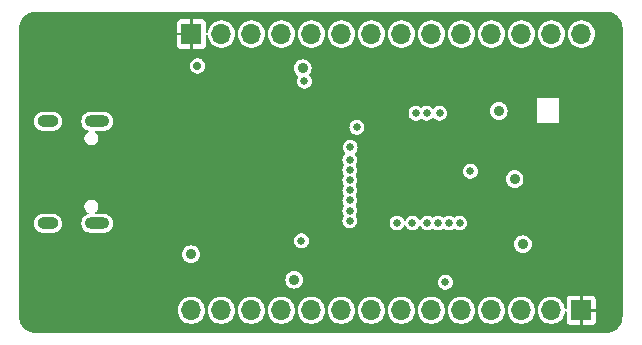
<source format=gbr>
%TF.GenerationSoftware,KiCad,Pcbnew,8.0.4*%
%TF.CreationDate,2024-08-23T17:35:39+03:00*%
%TF.ProjectId,STM32-Pill,53544d33-322d-4506-996c-6c2e6b696361,rev?*%
%TF.SameCoordinates,Original*%
%TF.FileFunction,Copper,L5,Inr*%
%TF.FilePolarity,Positive*%
%FSLAX46Y46*%
G04 Gerber Fmt 4.6, Leading zero omitted, Abs format (unit mm)*
G04 Created by KiCad (PCBNEW 8.0.4) date 2024-08-23 17:35:39*
%MOMM*%
%LPD*%
G01*
G04 APERTURE LIST*
%TA.AperFunction,ComponentPad*%
%ADD10O,1.700000X1.700000*%
%TD*%
%TA.AperFunction,ComponentPad*%
%ADD11R,1.700000X1.700000*%
%TD*%
%TA.AperFunction,ComponentPad*%
%ADD12O,2.100000X1.000000*%
%TD*%
%TA.AperFunction,ComponentPad*%
%ADD13O,1.800000X1.000000*%
%TD*%
%TA.AperFunction,ViaPad*%
%ADD14C,0.650000*%
%TD*%
%TA.AperFunction,ViaPad*%
%ADD15C,0.900000*%
%TD*%
%TA.AperFunction,ViaPad*%
%ADD16C,0.700000*%
%TD*%
G04 APERTURE END LIST*
D10*
%TO.N,/PB8*%
%TO.C,J2*%
X134380000Y-104489231D03*
%TO.N,/PB9*%
X136920000Y-104489231D03*
%TO.N,/PA0*%
X139460001Y-104489231D03*
%TO.N,/PA1*%
X142000000Y-104489231D03*
%TO.N,/PA2*%
X144540000Y-104489231D03*
%TO.N,/PA3*%
X147080000Y-104489231D03*
%TO.N,/PA4*%
X149619999Y-104489231D03*
%TO.N,/PA5*%
X152160000Y-104489231D03*
%TO.N,/PA6*%
X154700000Y-104489231D03*
%TO.N,/PA7*%
X157240000Y-104489231D03*
%TO.N,/PA8*%
X159780000Y-104489231D03*
%TO.N,/PA9*%
X162320001Y-104489231D03*
%TO.N,/PE4*%
X164860000Y-104489231D03*
D11*
%TO.N,GND*%
X167400000Y-104489231D03*
%TD*%
D12*
%TO.N,Net-(J1-SHIELD)*%
%TO.C,J1*%
X126415000Y-88480001D03*
D13*
X122235000Y-88480001D03*
D12*
X126415000Y-97120001D03*
D13*
X122235000Y-97120001D03*
%TD*%
D11*
%TO.N,GND*%
%TO.C,J3*%
X134390000Y-81089231D03*
D10*
%TO.N,+3.3V*%
X136930000Y-81089231D03*
%TO.N,/PB7*%
X139469999Y-81089231D03*
%TO.N,/PB6*%
X142010000Y-81089231D03*
%TO.N,/PB5*%
X144550000Y-81089231D03*
%TO.N,/PB4*%
X147090000Y-81089231D03*
%TO.N,/PB3*%
X149630000Y-81089231D03*
%TO.N,/PA14*%
X152170001Y-81089231D03*
%TO.N,/PA13*%
X154710000Y-81089231D03*
%TO.N,/PA10*%
X157250000Y-81089231D03*
%TO.N,/PA15*%
X159790000Y-81089231D03*
%TO.N,/PB2*%
X162329999Y-81089231D03*
%TO.N,/PB1*%
X164870000Y-81089231D03*
%TO.N,/PB0*%
X167410000Y-81089231D03*
%TD*%
D14*
%TO.N,/PE4*%
X153400000Y-87800000D03*
%TO.N,/PB0*%
X155400000Y-87800000D03*
%TO.N,/PB1*%
X154300000Y-87800000D03*
%TO.N,/PB2*%
X158000000Y-92700000D03*
%TO.N,/PA13*%
X147829231Y-90689231D03*
%TO.N,/NRST*%
X153105000Y-97089231D03*
D15*
%TO.N,GND*%
X120800000Y-101200000D03*
X124300000Y-99700000D03*
X126800000Y-105700000D03*
X132700000Y-101900000D03*
D14*
X145500000Y-102116901D03*
D15*
%TO.N,+3.3V*%
X143800000Y-84000000D03*
X143100000Y-101900000D03*
X134350000Y-99750000D03*
%TO.N,GND*%
X154300000Y-93900000D03*
X151500000Y-91100000D03*
D14*
%TO.N,/BOOT0*%
X151795000Y-97089231D03*
D15*
%TO.N,GND*%
X160400000Y-85100000D03*
X166075000Y-85400000D03*
X163100000Y-85400000D03*
X165100000Y-93500000D03*
X162600000Y-90100000D03*
%TO.N,+3.3V*%
X160400000Y-87600000D03*
D16*
%TO.N,GND*%
X164950000Y-95000000D03*
D14*
X157789561Y-102100000D03*
D16*
X128491617Y-92400000D03*
X120900000Y-84300001D03*
X140450001Y-100400000D03*
X128300000Y-84400001D03*
X149250000Y-101235789D03*
X144800000Y-93700000D03*
X140400000Y-83900001D03*
X147200000Y-87800000D03*
X134600000Y-87600000D03*
X128400000Y-89600001D03*
X152050000Y-101235789D03*
X159800000Y-90489231D03*
X128400000Y-96000001D03*
D14*
X152200000Y-87800000D03*
D16*
X161500000Y-87800000D03*
X164950000Y-97039231D03*
D14*
%TO.N,+3.3V*%
X155889561Y-102100000D03*
D15*
X161747099Y-93373177D03*
D16*
X134900000Y-83800001D03*
D15*
X162450000Y-98889231D03*
D14*
%TO.N,/NRST*%
X143700000Y-98600000D03*
%TO.N,/BOOT0*%
X143960439Y-85089231D03*
%TO.N,/PA2*%
X156187500Y-97089231D03*
%TO.N,/PA1*%
X155275000Y-97089231D03*
%TO.N,/PA10*%
X148400000Y-89000000D03*
%TO.N,/PA3*%
X157100000Y-97089231D03*
%TO.N,/PA0*%
X154362500Y-97089231D03*
%TO.N,/PB5*%
X147800000Y-95183332D03*
%TO.N,/PB6*%
X147800000Y-96041665D03*
%TO.N,/PB4*%
X147800000Y-94324999D03*
%TO.N,/PB7*%
X147800000Y-96900000D03*
%TO.N,/PA15*%
X147800000Y-92608333D03*
%TO.N,/PB3*%
X147800000Y-93466666D03*
D16*
%TO.N,GND*%
X135600000Y-97100000D03*
D14*
%TO.N,/PA14*%
X147800000Y-91750000D03*
%TD*%
%TA.AperFunction,Conductor*%
%TO.N,GND*%
G36*
X169500811Y-79198646D02*
G01*
X169711040Y-79215194D01*
X169722505Y-79217010D01*
X169924715Y-79265559D01*
X169935755Y-79269146D01*
X170127889Y-79348733D01*
X170138223Y-79353998D01*
X170315549Y-79462666D01*
X170324933Y-79469486D01*
X170342075Y-79484126D01*
X170483060Y-79604542D01*
X170491271Y-79612753D01*
X170626332Y-79770893D01*
X170633157Y-79780287D01*
X170741812Y-79957599D01*
X170747083Y-79967945D01*
X170826659Y-80160066D01*
X170830247Y-80171109D01*
X170878794Y-80373326D01*
X170880611Y-80384796D01*
X170897189Y-80595488D01*
X170897417Y-80601293D01*
X170897417Y-80651467D01*
X170897418Y-80651480D01*
X170897418Y-104995004D01*
X170897190Y-105000811D01*
X170880642Y-105211041D01*
X170878825Y-105222510D01*
X170830277Y-105424719D01*
X170826689Y-105435762D01*
X170747104Y-105627894D01*
X170741832Y-105638240D01*
X170633175Y-105815551D01*
X170626350Y-105824945D01*
X170491291Y-105983080D01*
X170483080Y-105991291D01*
X170324945Y-106126350D01*
X170315551Y-106133175D01*
X170138240Y-106241832D01*
X170127894Y-106247104D01*
X169935762Y-106326689D01*
X169924719Y-106330277D01*
X169722510Y-106378825D01*
X169711040Y-106380642D01*
X169500809Y-106397189D01*
X169495022Y-106397417D01*
X169491125Y-106397417D01*
X169491107Y-106397418D01*
X169447280Y-106397418D01*
X169447252Y-106397419D01*
X121206785Y-106399501D01*
X121202909Y-106399501D01*
X121197103Y-106399273D01*
X120986872Y-106382727D01*
X120975403Y-106380910D01*
X120773195Y-106332365D01*
X120762151Y-106328777D01*
X120570018Y-106249192D01*
X120559672Y-106243920D01*
X120382360Y-106135263D01*
X120372966Y-106128438D01*
X120214831Y-105993379D01*
X120206620Y-105985168D01*
X120122518Y-105886697D01*
X120071561Y-105827033D01*
X120064736Y-105817639D01*
X120063456Y-105815551D01*
X120007596Y-105724395D01*
X119956079Y-105640327D01*
X119950807Y-105629981D01*
X119906711Y-105523525D01*
X119871219Y-105437840D01*
X119867636Y-105426812D01*
X119819088Y-105224592D01*
X119817272Y-105213127D01*
X119810654Y-105129040D01*
X119800727Y-105002897D01*
X119800499Y-104997091D01*
X119800499Y-104489227D01*
X133224571Y-104489227D01*
X133224571Y-104489234D01*
X133244242Y-104701534D01*
X133244243Y-104701540D01*
X133302593Y-104906614D01*
X133302596Y-104906624D01*
X133397632Y-105097483D01*
X133397634Y-105097486D01*
X133526128Y-105267638D01*
X133683698Y-105411283D01*
X133864981Y-105523529D01*
X134063802Y-105600552D01*
X134273390Y-105639731D01*
X134486610Y-105639731D01*
X134696198Y-105600552D01*
X134895019Y-105523529D01*
X135076302Y-105411283D01*
X135233872Y-105267638D01*
X135362366Y-105097486D01*
X135457405Y-104906620D01*
X135515756Y-104701541D01*
X135521684Y-104637572D01*
X135535429Y-104489234D01*
X135535429Y-104489227D01*
X135764571Y-104489227D01*
X135764571Y-104489234D01*
X135784242Y-104701534D01*
X135784243Y-104701540D01*
X135842593Y-104906614D01*
X135842596Y-104906624D01*
X135937632Y-105097483D01*
X135937634Y-105097486D01*
X136066128Y-105267638D01*
X136223698Y-105411283D01*
X136404981Y-105523529D01*
X136603802Y-105600552D01*
X136813390Y-105639731D01*
X137026610Y-105639731D01*
X137236198Y-105600552D01*
X137435019Y-105523529D01*
X137616302Y-105411283D01*
X137773872Y-105267638D01*
X137902366Y-105097486D01*
X137997405Y-104906620D01*
X138055756Y-104701541D01*
X138061684Y-104637572D01*
X138075429Y-104489234D01*
X138075429Y-104489227D01*
X138304572Y-104489227D01*
X138304572Y-104489234D01*
X138324243Y-104701534D01*
X138324244Y-104701540D01*
X138382594Y-104906614D01*
X138382597Y-104906624D01*
X138477633Y-105097483D01*
X138477635Y-105097486D01*
X138606129Y-105267638D01*
X138763699Y-105411283D01*
X138944982Y-105523529D01*
X139143803Y-105600552D01*
X139353391Y-105639731D01*
X139566611Y-105639731D01*
X139776199Y-105600552D01*
X139975020Y-105523529D01*
X140156303Y-105411283D01*
X140313873Y-105267638D01*
X140442367Y-105097486D01*
X140537406Y-104906620D01*
X140595757Y-104701541D01*
X140601685Y-104637572D01*
X140615430Y-104489234D01*
X140615430Y-104489227D01*
X140844571Y-104489227D01*
X140844571Y-104489234D01*
X140864242Y-104701534D01*
X140864243Y-104701540D01*
X140922593Y-104906614D01*
X140922596Y-104906624D01*
X141017632Y-105097483D01*
X141017634Y-105097486D01*
X141146128Y-105267638D01*
X141303698Y-105411283D01*
X141484981Y-105523529D01*
X141683802Y-105600552D01*
X141893390Y-105639731D01*
X142106610Y-105639731D01*
X142316198Y-105600552D01*
X142515019Y-105523529D01*
X142696302Y-105411283D01*
X142853872Y-105267638D01*
X142982366Y-105097486D01*
X143077405Y-104906620D01*
X143135756Y-104701541D01*
X143141684Y-104637572D01*
X143155429Y-104489234D01*
X143155429Y-104489227D01*
X143384571Y-104489227D01*
X143384571Y-104489234D01*
X143404242Y-104701534D01*
X143404243Y-104701540D01*
X143462593Y-104906614D01*
X143462596Y-104906624D01*
X143557632Y-105097483D01*
X143557634Y-105097486D01*
X143686128Y-105267638D01*
X143843698Y-105411283D01*
X144024981Y-105523529D01*
X144223802Y-105600552D01*
X144433390Y-105639731D01*
X144646610Y-105639731D01*
X144856198Y-105600552D01*
X145055019Y-105523529D01*
X145236302Y-105411283D01*
X145393872Y-105267638D01*
X145522366Y-105097486D01*
X145617405Y-104906620D01*
X145675756Y-104701541D01*
X145681684Y-104637572D01*
X145695429Y-104489234D01*
X145695429Y-104489227D01*
X145924571Y-104489227D01*
X145924571Y-104489234D01*
X145944242Y-104701534D01*
X145944243Y-104701540D01*
X146002593Y-104906614D01*
X146002596Y-104906624D01*
X146097632Y-105097483D01*
X146097634Y-105097486D01*
X146226128Y-105267638D01*
X146383698Y-105411283D01*
X146564981Y-105523529D01*
X146763802Y-105600552D01*
X146973390Y-105639731D01*
X147186610Y-105639731D01*
X147396198Y-105600552D01*
X147595019Y-105523529D01*
X147776302Y-105411283D01*
X147933872Y-105267638D01*
X148062366Y-105097486D01*
X148157405Y-104906620D01*
X148215756Y-104701541D01*
X148221684Y-104637572D01*
X148235429Y-104489234D01*
X148235429Y-104489227D01*
X148464570Y-104489227D01*
X148464570Y-104489234D01*
X148484241Y-104701534D01*
X148484242Y-104701540D01*
X148542592Y-104906614D01*
X148542595Y-104906624D01*
X148637631Y-105097483D01*
X148637633Y-105097486D01*
X148766127Y-105267638D01*
X148923697Y-105411283D01*
X149104980Y-105523529D01*
X149303801Y-105600552D01*
X149513389Y-105639731D01*
X149726609Y-105639731D01*
X149936197Y-105600552D01*
X150135018Y-105523529D01*
X150316301Y-105411283D01*
X150473871Y-105267638D01*
X150602365Y-105097486D01*
X150697404Y-104906620D01*
X150755755Y-104701541D01*
X150761683Y-104637572D01*
X150775428Y-104489234D01*
X150775428Y-104489227D01*
X151004571Y-104489227D01*
X151004571Y-104489234D01*
X151024242Y-104701534D01*
X151024243Y-104701540D01*
X151082593Y-104906614D01*
X151082596Y-104906624D01*
X151177632Y-105097483D01*
X151177634Y-105097486D01*
X151306128Y-105267638D01*
X151463698Y-105411283D01*
X151644981Y-105523529D01*
X151843802Y-105600552D01*
X152053390Y-105639731D01*
X152266610Y-105639731D01*
X152476198Y-105600552D01*
X152675019Y-105523529D01*
X152856302Y-105411283D01*
X153013872Y-105267638D01*
X153142366Y-105097486D01*
X153237405Y-104906620D01*
X153295756Y-104701541D01*
X153301684Y-104637572D01*
X153315429Y-104489234D01*
X153315429Y-104489227D01*
X153544571Y-104489227D01*
X153544571Y-104489234D01*
X153564242Y-104701534D01*
X153564243Y-104701540D01*
X153622593Y-104906614D01*
X153622596Y-104906624D01*
X153717632Y-105097483D01*
X153717634Y-105097486D01*
X153846128Y-105267638D01*
X154003698Y-105411283D01*
X154184981Y-105523529D01*
X154383802Y-105600552D01*
X154593390Y-105639731D01*
X154806610Y-105639731D01*
X155016198Y-105600552D01*
X155215019Y-105523529D01*
X155396302Y-105411283D01*
X155553872Y-105267638D01*
X155682366Y-105097486D01*
X155777405Y-104906620D01*
X155835756Y-104701541D01*
X155841684Y-104637572D01*
X155855429Y-104489234D01*
X155855429Y-104489227D01*
X156084571Y-104489227D01*
X156084571Y-104489234D01*
X156104242Y-104701534D01*
X156104243Y-104701540D01*
X156162593Y-104906614D01*
X156162596Y-104906624D01*
X156257632Y-105097483D01*
X156257634Y-105097486D01*
X156386128Y-105267638D01*
X156543698Y-105411283D01*
X156724981Y-105523529D01*
X156923802Y-105600552D01*
X157133390Y-105639731D01*
X157346610Y-105639731D01*
X157556198Y-105600552D01*
X157755019Y-105523529D01*
X157936302Y-105411283D01*
X158093872Y-105267638D01*
X158222366Y-105097486D01*
X158317405Y-104906620D01*
X158375756Y-104701541D01*
X158381684Y-104637572D01*
X158395429Y-104489234D01*
X158395429Y-104489227D01*
X158624571Y-104489227D01*
X158624571Y-104489234D01*
X158644242Y-104701534D01*
X158644243Y-104701540D01*
X158702593Y-104906614D01*
X158702596Y-104906624D01*
X158797632Y-105097483D01*
X158797634Y-105097486D01*
X158926128Y-105267638D01*
X159083698Y-105411283D01*
X159264981Y-105523529D01*
X159463802Y-105600552D01*
X159673390Y-105639731D01*
X159886610Y-105639731D01*
X160096198Y-105600552D01*
X160295019Y-105523529D01*
X160476302Y-105411283D01*
X160633872Y-105267638D01*
X160762366Y-105097486D01*
X160857405Y-104906620D01*
X160915756Y-104701541D01*
X160921684Y-104637572D01*
X160935429Y-104489234D01*
X160935429Y-104489227D01*
X161164572Y-104489227D01*
X161164572Y-104489234D01*
X161184243Y-104701534D01*
X161184244Y-104701540D01*
X161242594Y-104906614D01*
X161242597Y-104906624D01*
X161337633Y-105097483D01*
X161337635Y-105097486D01*
X161466129Y-105267638D01*
X161623699Y-105411283D01*
X161804982Y-105523529D01*
X162003803Y-105600552D01*
X162213391Y-105639731D01*
X162426611Y-105639731D01*
X162636199Y-105600552D01*
X162835020Y-105523529D01*
X163016303Y-105411283D01*
X163173873Y-105267638D01*
X163302367Y-105097486D01*
X163397406Y-104906620D01*
X163455757Y-104701541D01*
X163461685Y-104637572D01*
X163475430Y-104489234D01*
X163475430Y-104489227D01*
X163704571Y-104489227D01*
X163704571Y-104489234D01*
X163724242Y-104701534D01*
X163724243Y-104701540D01*
X163782593Y-104906614D01*
X163782596Y-104906624D01*
X163877632Y-105097483D01*
X163877634Y-105097486D01*
X164006128Y-105267638D01*
X164163698Y-105411283D01*
X164344981Y-105523529D01*
X164543802Y-105600552D01*
X164753390Y-105639731D01*
X164966610Y-105639731D01*
X165176198Y-105600552D01*
X165375019Y-105523529D01*
X165556302Y-105411283D01*
X165713872Y-105267638D01*
X165842366Y-105097486D01*
X165937405Y-104906620D01*
X165995756Y-104701541D01*
X166002316Y-104630744D01*
X166028725Y-104580642D01*
X166082827Y-104563888D01*
X166132930Y-104590297D01*
X166150000Y-104637572D01*
X166150000Y-105370712D01*
X166164834Y-105464379D01*
X166164835Y-105464380D01*
X166222360Y-105577277D01*
X166311953Y-105666870D01*
X166424850Y-105724395D01*
X166518518Y-105739230D01*
X167275000Y-105739230D01*
X167275000Y-104973375D01*
X167334174Y-104989231D01*
X167465826Y-104989231D01*
X167525000Y-104973375D01*
X167525000Y-105739230D01*
X168281481Y-105739230D01*
X168375148Y-105724396D01*
X168375149Y-105724395D01*
X168488046Y-105666870D01*
X168577639Y-105577277D01*
X168635164Y-105464380D01*
X168635164Y-105464379D01*
X168650000Y-105370712D01*
X168650000Y-104614231D01*
X167884144Y-104614231D01*
X167900000Y-104555057D01*
X167900000Y-104423405D01*
X167884144Y-104364231D01*
X168649999Y-104364231D01*
X168649999Y-103607748D01*
X168635165Y-103514082D01*
X168635164Y-103514081D01*
X168577639Y-103401184D01*
X168488046Y-103311591D01*
X168375149Y-103254066D01*
X168281482Y-103239231D01*
X167525000Y-103239231D01*
X167525000Y-104005086D01*
X167465826Y-103989231D01*
X167334174Y-103989231D01*
X167275000Y-104005086D01*
X167275000Y-103239231D01*
X166518518Y-103239231D01*
X166424851Y-103254065D01*
X166424850Y-103254066D01*
X166311953Y-103311591D01*
X166222360Y-103401184D01*
X166164835Y-103514081D01*
X166164835Y-103514082D01*
X166150000Y-103607749D01*
X166150000Y-104340887D01*
X166128326Y-104393213D01*
X166076000Y-104414887D01*
X166023674Y-104393213D01*
X166002316Y-104347714D01*
X165995757Y-104276928D01*
X165995756Y-104276921D01*
X165968812Y-104182224D01*
X165937405Y-104071842D01*
X165913237Y-104023306D01*
X165842367Y-103880978D01*
X165842363Y-103880972D01*
X165838843Y-103876310D01*
X165713872Y-103710824D01*
X165556302Y-103567179D01*
X165375019Y-103454933D01*
X165176198Y-103377910D01*
X165084150Y-103360703D01*
X164966613Y-103338731D01*
X164966610Y-103338731D01*
X164753390Y-103338731D01*
X164753386Y-103338731D01*
X164596670Y-103368027D01*
X164543802Y-103377910D01*
X164543800Y-103377910D01*
X164543798Y-103377911D01*
X164344986Y-103454931D01*
X164344981Y-103454933D01*
X164344976Y-103454935D01*
X164344976Y-103454936D01*
X164163700Y-103567177D01*
X164006130Y-103710821D01*
X163877636Y-103880972D01*
X163877632Y-103880978D01*
X163782596Y-104071837D01*
X163782593Y-104071847D01*
X163724243Y-104276921D01*
X163724242Y-104276927D01*
X163704571Y-104489227D01*
X163475430Y-104489227D01*
X163455758Y-104276927D01*
X163455757Y-104276921D01*
X163428813Y-104182224D01*
X163397406Y-104071842D01*
X163373238Y-104023306D01*
X163302368Y-103880978D01*
X163302364Y-103880972D01*
X163298844Y-103876310D01*
X163173873Y-103710824D01*
X163016303Y-103567179D01*
X162835020Y-103454933D01*
X162636199Y-103377910D01*
X162544151Y-103360703D01*
X162426614Y-103338731D01*
X162426611Y-103338731D01*
X162213391Y-103338731D01*
X162213387Y-103338731D01*
X162056671Y-103368027D01*
X162003803Y-103377910D01*
X162003801Y-103377910D01*
X162003799Y-103377911D01*
X161804987Y-103454931D01*
X161804982Y-103454933D01*
X161804977Y-103454935D01*
X161804977Y-103454936D01*
X161623701Y-103567177D01*
X161466131Y-103710821D01*
X161337637Y-103880972D01*
X161337633Y-103880978D01*
X161242597Y-104071837D01*
X161242594Y-104071847D01*
X161184244Y-104276921D01*
X161184243Y-104276927D01*
X161164572Y-104489227D01*
X160935429Y-104489227D01*
X160915757Y-104276927D01*
X160915756Y-104276921D01*
X160888812Y-104182224D01*
X160857405Y-104071842D01*
X160833237Y-104023306D01*
X160762367Y-103880978D01*
X160762363Y-103880972D01*
X160758843Y-103876310D01*
X160633872Y-103710824D01*
X160476302Y-103567179D01*
X160295019Y-103454933D01*
X160096198Y-103377910D01*
X160004150Y-103360703D01*
X159886613Y-103338731D01*
X159886610Y-103338731D01*
X159673390Y-103338731D01*
X159673386Y-103338731D01*
X159516670Y-103368027D01*
X159463802Y-103377910D01*
X159463800Y-103377910D01*
X159463798Y-103377911D01*
X159264986Y-103454931D01*
X159264981Y-103454933D01*
X159264976Y-103454935D01*
X159264976Y-103454936D01*
X159083700Y-103567177D01*
X158926130Y-103710821D01*
X158797636Y-103880972D01*
X158797632Y-103880978D01*
X158702596Y-104071837D01*
X158702593Y-104071847D01*
X158644243Y-104276921D01*
X158644242Y-104276927D01*
X158624571Y-104489227D01*
X158395429Y-104489227D01*
X158375757Y-104276927D01*
X158375756Y-104276921D01*
X158348812Y-104182224D01*
X158317405Y-104071842D01*
X158293237Y-104023306D01*
X158222367Y-103880978D01*
X158222363Y-103880972D01*
X158218843Y-103876310D01*
X158093872Y-103710824D01*
X157936302Y-103567179D01*
X157755019Y-103454933D01*
X157556198Y-103377910D01*
X157464150Y-103360703D01*
X157346613Y-103338731D01*
X157346610Y-103338731D01*
X157133390Y-103338731D01*
X157133386Y-103338731D01*
X156976670Y-103368027D01*
X156923802Y-103377910D01*
X156923800Y-103377910D01*
X156923798Y-103377911D01*
X156724986Y-103454931D01*
X156724981Y-103454933D01*
X156724976Y-103454935D01*
X156724976Y-103454936D01*
X156543700Y-103567177D01*
X156386130Y-103710821D01*
X156257636Y-103880972D01*
X156257632Y-103880978D01*
X156162596Y-104071837D01*
X156162593Y-104071847D01*
X156104243Y-104276921D01*
X156104242Y-104276927D01*
X156084571Y-104489227D01*
X155855429Y-104489227D01*
X155835757Y-104276927D01*
X155835756Y-104276921D01*
X155808812Y-104182224D01*
X155777405Y-104071842D01*
X155753237Y-104023306D01*
X155682367Y-103880978D01*
X155682363Y-103880972D01*
X155678843Y-103876310D01*
X155553872Y-103710824D01*
X155396302Y-103567179D01*
X155215019Y-103454933D01*
X155016198Y-103377910D01*
X154924150Y-103360703D01*
X154806613Y-103338731D01*
X154806610Y-103338731D01*
X154593390Y-103338731D01*
X154593386Y-103338731D01*
X154436670Y-103368027D01*
X154383802Y-103377910D01*
X154383800Y-103377910D01*
X154383798Y-103377911D01*
X154184986Y-103454931D01*
X154184981Y-103454933D01*
X154184976Y-103454935D01*
X154184976Y-103454936D01*
X154003700Y-103567177D01*
X153846130Y-103710821D01*
X153717636Y-103880972D01*
X153717632Y-103880978D01*
X153622596Y-104071837D01*
X153622593Y-104071847D01*
X153564243Y-104276921D01*
X153564242Y-104276927D01*
X153544571Y-104489227D01*
X153315429Y-104489227D01*
X153295757Y-104276927D01*
X153295756Y-104276921D01*
X153268812Y-104182224D01*
X153237405Y-104071842D01*
X153213237Y-104023306D01*
X153142367Y-103880978D01*
X153142363Y-103880972D01*
X153138843Y-103876310D01*
X153013872Y-103710824D01*
X152856302Y-103567179D01*
X152675019Y-103454933D01*
X152476198Y-103377910D01*
X152384150Y-103360703D01*
X152266613Y-103338731D01*
X152266610Y-103338731D01*
X152053390Y-103338731D01*
X152053386Y-103338731D01*
X151896670Y-103368027D01*
X151843802Y-103377910D01*
X151843800Y-103377910D01*
X151843798Y-103377911D01*
X151644986Y-103454931D01*
X151644981Y-103454933D01*
X151644976Y-103454935D01*
X151644976Y-103454936D01*
X151463700Y-103567177D01*
X151306130Y-103710821D01*
X151177636Y-103880972D01*
X151177632Y-103880978D01*
X151082596Y-104071837D01*
X151082593Y-104071847D01*
X151024243Y-104276921D01*
X151024242Y-104276927D01*
X151004571Y-104489227D01*
X150775428Y-104489227D01*
X150755756Y-104276927D01*
X150755755Y-104276921D01*
X150728811Y-104182224D01*
X150697404Y-104071842D01*
X150673236Y-104023306D01*
X150602366Y-103880978D01*
X150602362Y-103880972D01*
X150598842Y-103876310D01*
X150473871Y-103710824D01*
X150316301Y-103567179D01*
X150135018Y-103454933D01*
X149936197Y-103377910D01*
X149844149Y-103360703D01*
X149726612Y-103338731D01*
X149726609Y-103338731D01*
X149513389Y-103338731D01*
X149513385Y-103338731D01*
X149356669Y-103368027D01*
X149303801Y-103377910D01*
X149303799Y-103377910D01*
X149303797Y-103377911D01*
X149104985Y-103454931D01*
X149104980Y-103454933D01*
X149104975Y-103454935D01*
X149104975Y-103454936D01*
X148923699Y-103567177D01*
X148766129Y-103710821D01*
X148637635Y-103880972D01*
X148637631Y-103880978D01*
X148542595Y-104071837D01*
X148542592Y-104071847D01*
X148484242Y-104276921D01*
X148484241Y-104276927D01*
X148464570Y-104489227D01*
X148235429Y-104489227D01*
X148215757Y-104276927D01*
X148215756Y-104276921D01*
X148188812Y-104182224D01*
X148157405Y-104071842D01*
X148133237Y-104023306D01*
X148062367Y-103880978D01*
X148062363Y-103880972D01*
X148058843Y-103876310D01*
X147933872Y-103710824D01*
X147776302Y-103567179D01*
X147595019Y-103454933D01*
X147396198Y-103377910D01*
X147304150Y-103360703D01*
X147186613Y-103338731D01*
X147186610Y-103338731D01*
X146973390Y-103338731D01*
X146973386Y-103338731D01*
X146816670Y-103368027D01*
X146763802Y-103377910D01*
X146763800Y-103377910D01*
X146763798Y-103377911D01*
X146564986Y-103454931D01*
X146564981Y-103454933D01*
X146564976Y-103454935D01*
X146564976Y-103454936D01*
X146383700Y-103567177D01*
X146226130Y-103710821D01*
X146097636Y-103880972D01*
X146097632Y-103880978D01*
X146002596Y-104071837D01*
X146002593Y-104071847D01*
X145944243Y-104276921D01*
X145944242Y-104276927D01*
X145924571Y-104489227D01*
X145695429Y-104489227D01*
X145675757Y-104276927D01*
X145675756Y-104276921D01*
X145648812Y-104182224D01*
X145617405Y-104071842D01*
X145593237Y-104023306D01*
X145522367Y-103880978D01*
X145522363Y-103880972D01*
X145518843Y-103876310D01*
X145393872Y-103710824D01*
X145236302Y-103567179D01*
X145055019Y-103454933D01*
X144856198Y-103377910D01*
X144764150Y-103360703D01*
X144646613Y-103338731D01*
X144646610Y-103338731D01*
X144433390Y-103338731D01*
X144433386Y-103338731D01*
X144276670Y-103368027D01*
X144223802Y-103377910D01*
X144223800Y-103377910D01*
X144223798Y-103377911D01*
X144024986Y-103454931D01*
X144024981Y-103454933D01*
X144024976Y-103454935D01*
X144024976Y-103454936D01*
X143843700Y-103567177D01*
X143686130Y-103710821D01*
X143557636Y-103880972D01*
X143557632Y-103880978D01*
X143462596Y-104071837D01*
X143462593Y-104071847D01*
X143404243Y-104276921D01*
X143404242Y-104276927D01*
X143384571Y-104489227D01*
X143155429Y-104489227D01*
X143135757Y-104276927D01*
X143135756Y-104276921D01*
X143108812Y-104182224D01*
X143077405Y-104071842D01*
X143053237Y-104023306D01*
X142982367Y-103880978D01*
X142982363Y-103880972D01*
X142978843Y-103876310D01*
X142853872Y-103710824D01*
X142696302Y-103567179D01*
X142515019Y-103454933D01*
X142316198Y-103377910D01*
X142224150Y-103360703D01*
X142106613Y-103338731D01*
X142106610Y-103338731D01*
X141893390Y-103338731D01*
X141893386Y-103338731D01*
X141736670Y-103368027D01*
X141683802Y-103377910D01*
X141683800Y-103377910D01*
X141683798Y-103377911D01*
X141484986Y-103454931D01*
X141484981Y-103454933D01*
X141484976Y-103454935D01*
X141484976Y-103454936D01*
X141303700Y-103567177D01*
X141146130Y-103710821D01*
X141017636Y-103880972D01*
X141017632Y-103880978D01*
X140922596Y-104071837D01*
X140922593Y-104071847D01*
X140864243Y-104276921D01*
X140864242Y-104276927D01*
X140844571Y-104489227D01*
X140615430Y-104489227D01*
X140595758Y-104276927D01*
X140595757Y-104276921D01*
X140568813Y-104182224D01*
X140537406Y-104071842D01*
X140513238Y-104023306D01*
X140442368Y-103880978D01*
X140442364Y-103880972D01*
X140438844Y-103876310D01*
X140313873Y-103710824D01*
X140156303Y-103567179D01*
X139975020Y-103454933D01*
X139776199Y-103377910D01*
X139684151Y-103360703D01*
X139566614Y-103338731D01*
X139566611Y-103338731D01*
X139353391Y-103338731D01*
X139353387Y-103338731D01*
X139196671Y-103368027D01*
X139143803Y-103377910D01*
X139143801Y-103377910D01*
X139143799Y-103377911D01*
X138944987Y-103454931D01*
X138944982Y-103454933D01*
X138944977Y-103454935D01*
X138944977Y-103454936D01*
X138763701Y-103567177D01*
X138606131Y-103710821D01*
X138477637Y-103880972D01*
X138477633Y-103880978D01*
X138382597Y-104071837D01*
X138382594Y-104071847D01*
X138324244Y-104276921D01*
X138324243Y-104276927D01*
X138304572Y-104489227D01*
X138075429Y-104489227D01*
X138055757Y-104276927D01*
X138055756Y-104276921D01*
X138028812Y-104182224D01*
X137997405Y-104071842D01*
X137973237Y-104023306D01*
X137902367Y-103880978D01*
X137902363Y-103880972D01*
X137898843Y-103876310D01*
X137773872Y-103710824D01*
X137616302Y-103567179D01*
X137435019Y-103454933D01*
X137236198Y-103377910D01*
X137144150Y-103360703D01*
X137026613Y-103338731D01*
X137026610Y-103338731D01*
X136813390Y-103338731D01*
X136813386Y-103338731D01*
X136656670Y-103368027D01*
X136603802Y-103377910D01*
X136603800Y-103377910D01*
X136603798Y-103377911D01*
X136404986Y-103454931D01*
X136404981Y-103454933D01*
X136404976Y-103454935D01*
X136404976Y-103454936D01*
X136223700Y-103567177D01*
X136066130Y-103710821D01*
X135937636Y-103880972D01*
X135937632Y-103880978D01*
X135842596Y-104071837D01*
X135842593Y-104071847D01*
X135784243Y-104276921D01*
X135784242Y-104276927D01*
X135764571Y-104489227D01*
X135535429Y-104489227D01*
X135515757Y-104276927D01*
X135515756Y-104276921D01*
X135488812Y-104182224D01*
X135457405Y-104071842D01*
X135433237Y-104023306D01*
X135362367Y-103880978D01*
X135362363Y-103880972D01*
X135358843Y-103876310D01*
X135233872Y-103710824D01*
X135076302Y-103567179D01*
X134895019Y-103454933D01*
X134696198Y-103377910D01*
X134604150Y-103360703D01*
X134486613Y-103338731D01*
X134486610Y-103338731D01*
X134273390Y-103338731D01*
X134273386Y-103338731D01*
X134116670Y-103368027D01*
X134063802Y-103377910D01*
X134063800Y-103377910D01*
X134063798Y-103377911D01*
X133864986Y-103454931D01*
X133864981Y-103454933D01*
X133864976Y-103454935D01*
X133864976Y-103454936D01*
X133683700Y-103567177D01*
X133526130Y-103710821D01*
X133397636Y-103880972D01*
X133397632Y-103880978D01*
X133302596Y-104071837D01*
X133302593Y-104071847D01*
X133244243Y-104276921D01*
X133244242Y-104276927D01*
X133224571Y-104489227D01*
X119800499Y-104489227D01*
X119800499Y-101900000D01*
X142344751Y-101900000D01*
X142363687Y-102068059D01*
X142363689Y-102068067D01*
X142419544Y-102227691D01*
X142509519Y-102370885D01*
X142509521Y-102370887D01*
X142509523Y-102370890D01*
X142629110Y-102490477D01*
X142629112Y-102490478D01*
X142629114Y-102490480D01*
X142772308Y-102580455D01*
X142772310Y-102580456D01*
X142931941Y-102636313D01*
X143100000Y-102655249D01*
X143268059Y-102636313D01*
X143427690Y-102580456D01*
X143570890Y-102490477D01*
X143690477Y-102370890D01*
X143780456Y-102227690D01*
X143825138Y-102099996D01*
X155259467Y-102099996D01*
X155259467Y-102100003D01*
X155277775Y-102250790D01*
X155331639Y-102392818D01*
X155399051Y-102490480D01*
X155417929Y-102517830D01*
X155531627Y-102618557D01*
X155531628Y-102618557D01*
X155531630Y-102618559D01*
X155666123Y-102689146D01*
X155666127Y-102689148D01*
X155813612Y-102725500D01*
X155813616Y-102725500D01*
X155965506Y-102725500D01*
X155965510Y-102725500D01*
X156112995Y-102689148D01*
X156247495Y-102618557D01*
X156361193Y-102517830D01*
X156447482Y-102392819D01*
X156501346Y-102250791D01*
X156519655Y-102100000D01*
X156501346Y-101949209D01*
X156447482Y-101807181D01*
X156361193Y-101682170D01*
X156247495Y-101581443D01*
X156247493Y-101581442D01*
X156247491Y-101581440D01*
X156112998Y-101510853D01*
X156112995Y-101510852D01*
X155965510Y-101474500D01*
X155813612Y-101474500D01*
X155666123Y-101510853D01*
X155531630Y-101581440D01*
X155417928Y-101682170D01*
X155331639Y-101807181D01*
X155277775Y-101949209D01*
X155259467Y-102099996D01*
X143825138Y-102099996D01*
X143836313Y-102068059D01*
X143855249Y-101900000D01*
X143836313Y-101731941D01*
X143780456Y-101572310D01*
X143741840Y-101510853D01*
X143690480Y-101429114D01*
X143690478Y-101429112D01*
X143690477Y-101429110D01*
X143570890Y-101309523D01*
X143570887Y-101309521D01*
X143570885Y-101309519D01*
X143427691Y-101219544D01*
X143268067Y-101163689D01*
X143268059Y-101163687D01*
X143100000Y-101144751D01*
X142931940Y-101163687D01*
X142931932Y-101163689D01*
X142772308Y-101219544D01*
X142629114Y-101309519D01*
X142509519Y-101429114D01*
X142419544Y-101572308D01*
X142363689Y-101731932D01*
X142363687Y-101731940D01*
X142344751Y-101900000D01*
X119800499Y-101900000D01*
X119800499Y-99750000D01*
X133594751Y-99750000D01*
X133613687Y-99918059D01*
X133613689Y-99918067D01*
X133669544Y-100077691D01*
X133759519Y-100220885D01*
X133759521Y-100220887D01*
X133759523Y-100220890D01*
X133879110Y-100340477D01*
X133879112Y-100340478D01*
X133879114Y-100340480D01*
X134022308Y-100430455D01*
X134022310Y-100430456D01*
X134181941Y-100486313D01*
X134350000Y-100505249D01*
X134518059Y-100486313D01*
X134677690Y-100430456D01*
X134820890Y-100340477D01*
X134940477Y-100220890D01*
X135030456Y-100077690D01*
X135086313Y-99918059D01*
X135105249Y-99750000D01*
X135086313Y-99581941D01*
X135030456Y-99422310D01*
X134940477Y-99279110D01*
X134820890Y-99159523D01*
X134820887Y-99159521D01*
X134820885Y-99159519D01*
X134677691Y-99069544D01*
X134518067Y-99013689D01*
X134518059Y-99013687D01*
X134350000Y-98994751D01*
X134181940Y-99013687D01*
X134181932Y-99013689D01*
X134022308Y-99069544D01*
X133879114Y-99159519D01*
X133759519Y-99279114D01*
X133669544Y-99422308D01*
X133613689Y-99581932D01*
X133613687Y-99581940D01*
X133594751Y-99750000D01*
X119800499Y-99750000D01*
X119800499Y-98599996D01*
X143069906Y-98599996D01*
X143069906Y-98600003D01*
X143088214Y-98750790D01*
X143142078Y-98892818D01*
X143225510Y-99013689D01*
X143228368Y-99017830D01*
X143342066Y-99118557D01*
X143342067Y-99118557D01*
X143342069Y-99118559D01*
X143420120Y-99159523D01*
X143476566Y-99189148D01*
X143624051Y-99225500D01*
X143624055Y-99225500D01*
X143775945Y-99225500D01*
X143775949Y-99225500D01*
X143923434Y-99189148D01*
X144057934Y-99118557D01*
X144171632Y-99017830D01*
X144257921Y-98892819D01*
X144259282Y-98889231D01*
X161694751Y-98889231D01*
X161713687Y-99057290D01*
X161713689Y-99057298D01*
X161769544Y-99216922D01*
X161859519Y-99360116D01*
X161859521Y-99360118D01*
X161859523Y-99360121D01*
X161979110Y-99479708D01*
X161979112Y-99479709D01*
X161979114Y-99479711D01*
X162122308Y-99569686D01*
X162122310Y-99569687D01*
X162281941Y-99625544D01*
X162450000Y-99644480D01*
X162618059Y-99625544D01*
X162777690Y-99569687D01*
X162920890Y-99479708D01*
X163040477Y-99360121D01*
X163130456Y-99216921D01*
X163186313Y-99057290D01*
X163205249Y-98889231D01*
X163186313Y-98721172D01*
X163130456Y-98561541D01*
X163040477Y-98418341D01*
X162920890Y-98298754D01*
X162920887Y-98298752D01*
X162920885Y-98298750D01*
X162777691Y-98208775D01*
X162618067Y-98152920D01*
X162618059Y-98152918D01*
X162450000Y-98133982D01*
X162281940Y-98152918D01*
X162281932Y-98152920D01*
X162122308Y-98208775D01*
X161979114Y-98298750D01*
X161859519Y-98418345D01*
X161769544Y-98561539D01*
X161713689Y-98721163D01*
X161713687Y-98721171D01*
X161694751Y-98889231D01*
X144259282Y-98889231D01*
X144311785Y-98750791D01*
X144330094Y-98600000D01*
X144325424Y-98561541D01*
X144311785Y-98449209D01*
X144257921Y-98307181D01*
X144171632Y-98182170D01*
X144138613Y-98152918D01*
X144057934Y-98081443D01*
X144057932Y-98081442D01*
X144057930Y-98081440D01*
X143923437Y-98010853D01*
X143923434Y-98010852D01*
X143775949Y-97974500D01*
X143624051Y-97974500D01*
X143476562Y-98010853D01*
X143342069Y-98081440D01*
X143228367Y-98182170D01*
X143142078Y-98307181D01*
X143088214Y-98449209D01*
X143069906Y-98599996D01*
X119800499Y-98599996D01*
X119800499Y-97041160D01*
X121034500Y-97041160D01*
X121034500Y-97198841D01*
X121065261Y-97353492D01*
X121065264Y-97353502D01*
X121125603Y-97499175D01*
X121125605Y-97499178D01*
X121125606Y-97499180D01*
X121156680Y-97545686D01*
X121198175Y-97607788D01*
X121213211Y-97630290D01*
X121324711Y-97741790D01*
X121455821Y-97829395D01*
X121455826Y-97829397D01*
X121455825Y-97829397D01*
X121601498Y-97889736D01*
X121601503Y-97889738D01*
X121756158Y-97920501D01*
X121756160Y-97920501D01*
X122713840Y-97920501D01*
X122713842Y-97920501D01*
X122868497Y-97889738D01*
X123014179Y-97829395D01*
X123145289Y-97741790D01*
X123256789Y-97630290D01*
X123344394Y-97499180D01*
X123404737Y-97353498D01*
X123435500Y-97198843D01*
X123435500Y-97041160D01*
X125064500Y-97041160D01*
X125064500Y-97198841D01*
X125095261Y-97353492D01*
X125095264Y-97353502D01*
X125155603Y-97499175D01*
X125155605Y-97499178D01*
X125155606Y-97499180D01*
X125186680Y-97545686D01*
X125228175Y-97607788D01*
X125243211Y-97630290D01*
X125354711Y-97741790D01*
X125485821Y-97829395D01*
X125485826Y-97829397D01*
X125485825Y-97829397D01*
X125631498Y-97889736D01*
X125631503Y-97889738D01*
X125786158Y-97920501D01*
X125786160Y-97920501D01*
X127043840Y-97920501D01*
X127043842Y-97920501D01*
X127198497Y-97889738D01*
X127344179Y-97829395D01*
X127475289Y-97741790D01*
X127586789Y-97630290D01*
X127674394Y-97499180D01*
X127734737Y-97353498D01*
X127765500Y-97198843D01*
X127765500Y-97041159D01*
X127734737Y-96886504D01*
X127716291Y-96841970D01*
X127674396Y-96740826D01*
X127674395Y-96740824D01*
X127674394Y-96740822D01*
X127586789Y-96609712D01*
X127475289Y-96498212D01*
X127451280Y-96482170D01*
X127434312Y-96470832D01*
X127344179Y-96410607D01*
X127344175Y-96410605D01*
X127344173Y-96410604D01*
X127344174Y-96410604D01*
X127198501Y-96350265D01*
X127198491Y-96350262D01*
X127094925Y-96329662D01*
X127043842Y-96319501D01*
X126271845Y-96319501D01*
X126219519Y-96297827D01*
X126197845Y-96245501D01*
X126219519Y-96193175D01*
X126234845Y-96181415D01*
X126249066Y-96173204D01*
X126274505Y-96158517D01*
X126383516Y-96049506D01*
X126460599Y-95915995D01*
X126500499Y-95767086D01*
X126500500Y-95767086D01*
X126500500Y-95612916D01*
X126500499Y-95612915D01*
X126489123Y-95570461D01*
X126460599Y-95464007D01*
X126385610Y-95334123D01*
X126383518Y-95330499D01*
X126383517Y-95330498D01*
X126383516Y-95330496D01*
X126274505Y-95221485D01*
X126274502Y-95221483D01*
X126274501Y-95221482D01*
X126140995Y-95144402D01*
X126140990Y-95144400D01*
X125992085Y-95104501D01*
X125992083Y-95104501D01*
X125837917Y-95104501D01*
X125837915Y-95104501D01*
X125689009Y-95144400D01*
X125689004Y-95144402D01*
X125555498Y-95221482D01*
X125446481Y-95330499D01*
X125369401Y-95464005D01*
X125369399Y-95464010D01*
X125329500Y-95612915D01*
X125329500Y-95767086D01*
X125369399Y-95915991D01*
X125369401Y-95915996D01*
X125446481Y-96049502D01*
X125446482Y-96049503D01*
X125446484Y-96049506D01*
X125555495Y-96158517D01*
X125555497Y-96158518D01*
X125555498Y-96158519D01*
X125651711Y-96214068D01*
X125686190Y-96259002D01*
X125678797Y-96315154D01*
X125634877Y-96348854D01*
X125634985Y-96349208D01*
X125634045Y-96349493D01*
X125633863Y-96349633D01*
X125632659Y-96349913D01*
X125631498Y-96350265D01*
X125485825Y-96410604D01*
X125354711Y-96498211D01*
X125354710Y-96498213D01*
X125243212Y-96609711D01*
X125243210Y-96609712D01*
X125155603Y-96740826D01*
X125095264Y-96886499D01*
X125095261Y-96886509D01*
X125064500Y-97041160D01*
X123435500Y-97041160D01*
X123435500Y-97041159D01*
X123404737Y-96886504D01*
X123386291Y-96841970D01*
X123344396Y-96740826D01*
X123344395Y-96740824D01*
X123344394Y-96740822D01*
X123256789Y-96609712D01*
X123145289Y-96498212D01*
X123121280Y-96482170D01*
X123104312Y-96470832D01*
X123014179Y-96410607D01*
X123014175Y-96410605D01*
X123014173Y-96410604D01*
X123014174Y-96410604D01*
X122868501Y-96350265D01*
X122868491Y-96350262D01*
X122764925Y-96329662D01*
X122713842Y-96319501D01*
X121756158Y-96319501D01*
X121712315Y-96328221D01*
X121601508Y-96350262D01*
X121601498Y-96350265D01*
X121455825Y-96410604D01*
X121324711Y-96498211D01*
X121324710Y-96498213D01*
X121213212Y-96609711D01*
X121213210Y-96609712D01*
X121125603Y-96740826D01*
X121065264Y-96886499D01*
X121065261Y-96886509D01*
X121034500Y-97041160D01*
X119800499Y-97041160D01*
X119800499Y-92782696D01*
X119800499Y-91749996D01*
X147169906Y-91749996D01*
X147169906Y-91750003D01*
X147188214Y-91900790D01*
X147242078Y-92042818D01*
X147242079Y-92042819D01*
X147307175Y-92137127D01*
X147307177Y-92137129D01*
X147319064Y-92192505D01*
X147307177Y-92221203D01*
X147242078Y-92315514D01*
X147188214Y-92457542D01*
X147169906Y-92608329D01*
X147169906Y-92608336D01*
X147188214Y-92759123D01*
X147242078Y-92901151D01*
X147242079Y-92901152D01*
X147307175Y-92995460D01*
X147307177Y-92995462D01*
X147319064Y-93050838D01*
X147307177Y-93079536D01*
X147242078Y-93173847D01*
X147188214Y-93315875D01*
X147169906Y-93466662D01*
X147169906Y-93466669D01*
X147188214Y-93617456D01*
X147242078Y-93759484D01*
X147242079Y-93759485D01*
X147307175Y-93853793D01*
X147307177Y-93853795D01*
X147319064Y-93909171D01*
X147307177Y-93937869D01*
X147242078Y-94032180D01*
X147188214Y-94174208D01*
X147169906Y-94324995D01*
X147169906Y-94325002D01*
X147188214Y-94475789D01*
X147242078Y-94617817D01*
X147242079Y-94617818D01*
X147307175Y-94712126D01*
X147307177Y-94712128D01*
X147319064Y-94767504D01*
X147307177Y-94796202D01*
X147242078Y-94890513D01*
X147188214Y-95032541D01*
X147169906Y-95183328D01*
X147169906Y-95183335D01*
X147188214Y-95334122D01*
X147242078Y-95476150D01*
X147242079Y-95476151D01*
X147307175Y-95570459D01*
X147307177Y-95570461D01*
X147319064Y-95625837D01*
X147307177Y-95654535D01*
X147242078Y-95748846D01*
X147188214Y-95890874D01*
X147169906Y-96041661D01*
X147169906Y-96041668D01*
X147188214Y-96192455D01*
X147242078Y-96334483D01*
X147307177Y-96428795D01*
X147319064Y-96484171D01*
X147307177Y-96512868D01*
X147242080Y-96607177D01*
X147242079Y-96607179D01*
X147188214Y-96749209D01*
X147169906Y-96899996D01*
X147169906Y-96900003D01*
X147188214Y-97050790D01*
X147242078Y-97192818D01*
X147292293Y-97265566D01*
X147328368Y-97317830D01*
X147442066Y-97418557D01*
X147442067Y-97418557D01*
X147442069Y-97418559D01*
X147576562Y-97489146D01*
X147576566Y-97489148D01*
X147724051Y-97525500D01*
X147724055Y-97525500D01*
X147875945Y-97525500D01*
X147875949Y-97525500D01*
X148023434Y-97489148D01*
X148157934Y-97418557D01*
X148271632Y-97317830D01*
X148357921Y-97192819D01*
X148397208Y-97089227D01*
X151164906Y-97089227D01*
X151164906Y-97089234D01*
X151183214Y-97240021D01*
X151237078Y-97382049D01*
X151317925Y-97499175D01*
X151323368Y-97507061D01*
X151437066Y-97607788D01*
X151437067Y-97607788D01*
X151437069Y-97607790D01*
X151571562Y-97678377D01*
X151571566Y-97678379D01*
X151719051Y-97714731D01*
X151719055Y-97714731D01*
X151870945Y-97714731D01*
X151870949Y-97714731D01*
X152018434Y-97678379D01*
X152152934Y-97607788D01*
X152266632Y-97507061D01*
X152352921Y-97382050D01*
X152370848Y-97334780D01*
X152380809Y-97308516D01*
X152419630Y-97267276D01*
X152476241Y-97265566D01*
X152517481Y-97304387D01*
X152519191Y-97308516D01*
X152547078Y-97382049D01*
X152627925Y-97499175D01*
X152633368Y-97507061D01*
X152747066Y-97607788D01*
X152747067Y-97607788D01*
X152747069Y-97607790D01*
X152881562Y-97678377D01*
X152881566Y-97678379D01*
X153029051Y-97714731D01*
X153029055Y-97714731D01*
X153180945Y-97714731D01*
X153180949Y-97714731D01*
X153328434Y-97678379D01*
X153462934Y-97607788D01*
X153576632Y-97507061D01*
X153662921Y-97382050D01*
X153664559Y-97377730D01*
X153703378Y-97336492D01*
X153759990Y-97334780D01*
X153801230Y-97373600D01*
X153802934Y-97377714D01*
X153804579Y-97382049D01*
X153804580Y-97382052D01*
X153885428Y-97499180D01*
X153890868Y-97507061D01*
X154004566Y-97607788D01*
X154004567Y-97607788D01*
X154004569Y-97607790D01*
X154139062Y-97678377D01*
X154139066Y-97678379D01*
X154286551Y-97714731D01*
X154286555Y-97714731D01*
X154438445Y-97714731D01*
X154438449Y-97714731D01*
X154585934Y-97678379D01*
X154720434Y-97607788D01*
X154769679Y-97564161D01*
X154823218Y-97545686D01*
X154867821Y-97564161D01*
X154917066Y-97607788D01*
X155051566Y-97678379D01*
X155199051Y-97714731D01*
X155199055Y-97714731D01*
X155350945Y-97714731D01*
X155350949Y-97714731D01*
X155498434Y-97678379D01*
X155632934Y-97607788D01*
X155682179Y-97564161D01*
X155735718Y-97545686D01*
X155780321Y-97564161D01*
X155829566Y-97607788D01*
X155964066Y-97678379D01*
X156111551Y-97714731D01*
X156111555Y-97714731D01*
X156263445Y-97714731D01*
X156263449Y-97714731D01*
X156410934Y-97678379D01*
X156545434Y-97607788D01*
X156594679Y-97564161D01*
X156648218Y-97545686D01*
X156692821Y-97564161D01*
X156742066Y-97607788D01*
X156876566Y-97678379D01*
X157024051Y-97714731D01*
X157024055Y-97714731D01*
X157175945Y-97714731D01*
X157175949Y-97714731D01*
X157323434Y-97678379D01*
X157457934Y-97607788D01*
X157571632Y-97507061D01*
X157657921Y-97382050D01*
X157711785Y-97240022D01*
X157717516Y-97192819D01*
X157730094Y-97089234D01*
X157730094Y-97089227D01*
X157711785Y-96938440D01*
X157657921Y-96796412D01*
X157571632Y-96671401D01*
X157499142Y-96607181D01*
X157457934Y-96570674D01*
X157457932Y-96570673D01*
X157457930Y-96570671D01*
X157323437Y-96500084D01*
X157323434Y-96500083D01*
X157175949Y-96463731D01*
X157024051Y-96463731D01*
X156949242Y-96482170D01*
X156876562Y-96500084D01*
X156742069Y-96570671D01*
X156692820Y-96614301D01*
X156639280Y-96632775D01*
X156594680Y-96614301D01*
X156572107Y-96594304D01*
X156545434Y-96570674D01*
X156545432Y-96570673D01*
X156545430Y-96570671D01*
X156410937Y-96500084D01*
X156410934Y-96500083D01*
X156263449Y-96463731D01*
X156111551Y-96463731D01*
X156036742Y-96482170D01*
X155964062Y-96500084D01*
X155829569Y-96570671D01*
X155780320Y-96614301D01*
X155726780Y-96632775D01*
X155682180Y-96614301D01*
X155659607Y-96594304D01*
X155632934Y-96570674D01*
X155632932Y-96570673D01*
X155632930Y-96570671D01*
X155498437Y-96500084D01*
X155498434Y-96500083D01*
X155350949Y-96463731D01*
X155199051Y-96463731D01*
X155124242Y-96482170D01*
X155051562Y-96500084D01*
X154917069Y-96570671D01*
X154867820Y-96614301D01*
X154814280Y-96632775D01*
X154769680Y-96614301D01*
X154747107Y-96594304D01*
X154720434Y-96570674D01*
X154720432Y-96570673D01*
X154720430Y-96570671D01*
X154585937Y-96500084D01*
X154585934Y-96500083D01*
X154438449Y-96463731D01*
X154286551Y-96463731D01*
X154211742Y-96482170D01*
X154139062Y-96500084D01*
X154004569Y-96570671D01*
X153890867Y-96671401D01*
X153804579Y-96796411D01*
X153802941Y-96800731D01*
X153764119Y-96841970D01*
X153707508Y-96843680D01*
X153666269Y-96804858D01*
X153664559Y-96800731D01*
X153664500Y-96800577D01*
X153662921Y-96796412D01*
X153576632Y-96671401D01*
X153462934Y-96570674D01*
X153462932Y-96570673D01*
X153462930Y-96570671D01*
X153328437Y-96500084D01*
X153328434Y-96500083D01*
X153180949Y-96463731D01*
X153029051Y-96463731D01*
X152954242Y-96482170D01*
X152881562Y-96500084D01*
X152747069Y-96570671D01*
X152633367Y-96671401D01*
X152547078Y-96796412D01*
X152519191Y-96869945D01*
X152480370Y-96911185D01*
X152423759Y-96912895D01*
X152382519Y-96874074D01*
X152380809Y-96869945D01*
X152352921Y-96796412D01*
X152266632Y-96671401D01*
X152194142Y-96607181D01*
X152152934Y-96570674D01*
X152152932Y-96570673D01*
X152152930Y-96570671D01*
X152018437Y-96500084D01*
X152018434Y-96500083D01*
X151870949Y-96463731D01*
X151719051Y-96463731D01*
X151644242Y-96482170D01*
X151571562Y-96500084D01*
X151437069Y-96570671D01*
X151323367Y-96671401D01*
X151237078Y-96796412D01*
X151183214Y-96938440D01*
X151164906Y-97089227D01*
X148397208Y-97089227D01*
X148411785Y-97050791D01*
X148425427Y-96938440D01*
X148430094Y-96900003D01*
X148430094Y-96899996D01*
X148411785Y-96749209D01*
X148357921Y-96607181D01*
X148292822Y-96512869D01*
X148280935Y-96457493D01*
X148292820Y-96428797D01*
X148357921Y-96334484D01*
X148411785Y-96192456D01*
X148429142Y-96049506D01*
X148430094Y-96041668D01*
X148430094Y-96041661D01*
X148411785Y-95890874D01*
X148357921Y-95748846D01*
X148292822Y-95654534D01*
X148280935Y-95599158D01*
X148292820Y-95570465D01*
X148357921Y-95476151D01*
X148411785Y-95334123D01*
X148416362Y-95296425D01*
X148430094Y-95183335D01*
X148430094Y-95183328D01*
X148411785Y-95032541D01*
X148357921Y-94890513D01*
X148292822Y-94796201D01*
X148280935Y-94740825D01*
X148292820Y-94712132D01*
X148357921Y-94617818D01*
X148411785Y-94475790D01*
X148430094Y-94324999D01*
X148411785Y-94174208D01*
X148357921Y-94032180D01*
X148292821Y-93937867D01*
X148280935Y-93882492D01*
X148292820Y-93853799D01*
X148357921Y-93759485D01*
X148411785Y-93617457D01*
X148430094Y-93466666D01*
X148418743Y-93373177D01*
X160991850Y-93373177D01*
X161010786Y-93541236D01*
X161010788Y-93541244D01*
X161066643Y-93700868D01*
X161156618Y-93844062D01*
X161156620Y-93844064D01*
X161156622Y-93844067D01*
X161276209Y-93963654D01*
X161276211Y-93963655D01*
X161276213Y-93963657D01*
X161419407Y-94053632D01*
X161419409Y-94053633D01*
X161579040Y-94109490D01*
X161747099Y-94128426D01*
X161915158Y-94109490D01*
X162074789Y-94053633D01*
X162217989Y-93963654D01*
X162337576Y-93844067D01*
X162427555Y-93700867D01*
X162483412Y-93541236D01*
X162502348Y-93373177D01*
X162483412Y-93205118D01*
X162427555Y-93045487D01*
X162396121Y-92995460D01*
X162337579Y-92902291D01*
X162337577Y-92902289D01*
X162337576Y-92902287D01*
X162217989Y-92782700D01*
X162217986Y-92782698D01*
X162217984Y-92782696D01*
X162074790Y-92692721D01*
X161915166Y-92636866D01*
X161915158Y-92636864D01*
X161747099Y-92617928D01*
X161579039Y-92636864D01*
X161579031Y-92636866D01*
X161419407Y-92692721D01*
X161276213Y-92782696D01*
X161156618Y-92902291D01*
X161066643Y-93045485D01*
X161010788Y-93205109D01*
X161010786Y-93205117D01*
X160991850Y-93373177D01*
X148418743Y-93373177D01*
X148411785Y-93315875D01*
X148357921Y-93173847D01*
X148292821Y-93079534D01*
X148280935Y-93024159D01*
X148292820Y-92995466D01*
X148357921Y-92901152D01*
X148411785Y-92759124D01*
X148416362Y-92721426D01*
X148418964Y-92699996D01*
X157369906Y-92699996D01*
X157369906Y-92700003D01*
X157388214Y-92850790D01*
X157442078Y-92992818D01*
X157501936Y-93079536D01*
X157528368Y-93117830D01*
X157642066Y-93218557D01*
X157642067Y-93218557D01*
X157642069Y-93218559D01*
X157776562Y-93289146D01*
X157776566Y-93289148D01*
X157924051Y-93325500D01*
X157924055Y-93325500D01*
X158075945Y-93325500D01*
X158075949Y-93325500D01*
X158223434Y-93289148D01*
X158357934Y-93218557D01*
X158471632Y-93117830D01*
X158557921Y-92992819D01*
X158611785Y-92850791D01*
X158630094Y-92700000D01*
X158629210Y-92692721D01*
X158611785Y-92549209D01*
X158557921Y-92407181D01*
X158471632Y-92282170D01*
X158370420Y-92192505D01*
X158357934Y-92181443D01*
X158357932Y-92181442D01*
X158357930Y-92181440D01*
X158223437Y-92110853D01*
X158223434Y-92110852D01*
X158075949Y-92074500D01*
X157924051Y-92074500D01*
X157776562Y-92110853D01*
X157642069Y-92181440D01*
X157528367Y-92282170D01*
X157442078Y-92407181D01*
X157388214Y-92549209D01*
X157369906Y-92699996D01*
X148418964Y-92699996D01*
X148430094Y-92608336D01*
X148430094Y-92608329D01*
X148411785Y-92457542D01*
X148357921Y-92315514D01*
X148292822Y-92221202D01*
X148280935Y-92165826D01*
X148292820Y-92137133D01*
X148357921Y-92042819D01*
X148411785Y-91900791D01*
X148430094Y-91750000D01*
X148411785Y-91599209D01*
X148357921Y-91457181D01*
X148271632Y-91332170D01*
X148221720Y-91287952D01*
X148196927Y-91237031D01*
X148215402Y-91183492D01*
X148221722Y-91177173D01*
X148300861Y-91107063D01*
X148300861Y-91107062D01*
X148300863Y-91107061D01*
X148387152Y-90982050D01*
X148441016Y-90840022D01*
X148459325Y-90689231D01*
X148441016Y-90538440D01*
X148387152Y-90396412D01*
X148300863Y-90271401D01*
X148187165Y-90170674D01*
X148187163Y-90170673D01*
X148187161Y-90170671D01*
X148052668Y-90100084D01*
X148052665Y-90100083D01*
X147905180Y-90063731D01*
X147753282Y-90063731D01*
X147605793Y-90100084D01*
X147471300Y-90170671D01*
X147357598Y-90271401D01*
X147271309Y-90396412D01*
X147217445Y-90538440D01*
X147199137Y-90689227D01*
X147199137Y-90689234D01*
X147217445Y-90840021D01*
X147271309Y-90982049D01*
X147357598Y-91107060D01*
X147407509Y-91151277D01*
X147432303Y-91202199D01*
X147413828Y-91255738D01*
X147407509Y-91262057D01*
X147328368Y-91332170D01*
X147242078Y-91457181D01*
X147188214Y-91599209D01*
X147169906Y-91749996D01*
X119800499Y-91749996D01*
X119800499Y-88401160D01*
X121034500Y-88401160D01*
X121034500Y-88558841D01*
X121065261Y-88713492D01*
X121065264Y-88713502D01*
X121125603Y-88859175D01*
X121125605Y-88859178D01*
X121125606Y-88859180D01*
X121213211Y-88990290D01*
X121324711Y-89101790D01*
X121455821Y-89189395D01*
X121455826Y-89189397D01*
X121455825Y-89189397D01*
X121601498Y-89249736D01*
X121601503Y-89249738D01*
X121756158Y-89280501D01*
X121756160Y-89280501D01*
X122713840Y-89280501D01*
X122713842Y-89280501D01*
X122868497Y-89249738D01*
X123014179Y-89189395D01*
X123145289Y-89101790D01*
X123256789Y-88990290D01*
X123344394Y-88859180D01*
X123404737Y-88713498D01*
X123435500Y-88558843D01*
X123435500Y-88401160D01*
X125064500Y-88401160D01*
X125064500Y-88558841D01*
X125095261Y-88713492D01*
X125095264Y-88713502D01*
X125155603Y-88859175D01*
X125155605Y-88859178D01*
X125155606Y-88859180D01*
X125243211Y-88990290D01*
X125354711Y-89101790D01*
X125485821Y-89189395D01*
X125485826Y-89189397D01*
X125485825Y-89189397D01*
X125631498Y-89249736D01*
X125631503Y-89249738D01*
X125631507Y-89249738D01*
X125634985Y-89250794D01*
X125634382Y-89252780D01*
X125676217Y-89280701D01*
X125687297Y-89336244D01*
X125655857Y-89383353D01*
X125651712Y-89385933D01*
X125555497Y-89441483D01*
X125446481Y-89550499D01*
X125369401Y-89684005D01*
X125369399Y-89684010D01*
X125329500Y-89832915D01*
X125329500Y-89987086D01*
X125369399Y-90135991D01*
X125369401Y-90135996D01*
X125446481Y-90269502D01*
X125446482Y-90269503D01*
X125446484Y-90269506D01*
X125555495Y-90378517D01*
X125555497Y-90378518D01*
X125555498Y-90378519D01*
X125689004Y-90455599D01*
X125689006Y-90455600D01*
X125689007Y-90455600D01*
X125689009Y-90455601D01*
X125763461Y-90475550D01*
X125837914Y-90495500D01*
X125837915Y-90495501D01*
X125837917Y-90495501D01*
X125992085Y-90495501D01*
X125992085Y-90495500D01*
X126140994Y-90455600D01*
X126274505Y-90378517D01*
X126383516Y-90269506D01*
X126460599Y-90135995D01*
X126500499Y-89987086D01*
X126500500Y-89987086D01*
X126500500Y-89832916D01*
X126500499Y-89832915D01*
X126460600Y-89684010D01*
X126460598Y-89684005D01*
X126383518Y-89550499D01*
X126383517Y-89550498D01*
X126383516Y-89550496D01*
X126274505Y-89441485D01*
X126274502Y-89441483D01*
X126274501Y-89441482D01*
X126234845Y-89418587D01*
X126200367Y-89373654D01*
X126207759Y-89317501D01*
X126252692Y-89283023D01*
X126271845Y-89280501D01*
X127043840Y-89280501D01*
X127043842Y-89280501D01*
X127198497Y-89249738D01*
X127344179Y-89189395D01*
X127475289Y-89101790D01*
X127577083Y-88999996D01*
X147769906Y-88999996D01*
X147769906Y-89000003D01*
X147788214Y-89150790D01*
X147842078Y-89292818D01*
X147863948Y-89324501D01*
X147928368Y-89417830D01*
X148042066Y-89518557D01*
X148042067Y-89518557D01*
X148042069Y-89518559D01*
X148102926Y-89550499D01*
X148176566Y-89589148D01*
X148324051Y-89625500D01*
X148324055Y-89625500D01*
X148475945Y-89625500D01*
X148475949Y-89625500D01*
X148623434Y-89589148D01*
X148757934Y-89518557D01*
X148871632Y-89417830D01*
X148957921Y-89292819D01*
X149011785Y-89150791D01*
X149030094Y-89000000D01*
X149028915Y-88990291D01*
X149011785Y-88849209D01*
X148957921Y-88707181D01*
X148894292Y-88614999D01*
X163650000Y-88614999D01*
X163650001Y-88615000D01*
X165549999Y-88615000D01*
X165550000Y-86525000D01*
X163650000Y-86525000D01*
X163650000Y-88614999D01*
X148894292Y-88614999D01*
X148871632Y-88582170D01*
X148845299Y-88558841D01*
X148757934Y-88481443D01*
X148757932Y-88481442D01*
X148757930Y-88481440D01*
X148623437Y-88410853D01*
X148623434Y-88410852D01*
X148475949Y-88374500D01*
X148324051Y-88374500D01*
X148176562Y-88410853D01*
X148042069Y-88481440D01*
X147928367Y-88582170D01*
X147842078Y-88707181D01*
X147788214Y-88849209D01*
X147769906Y-88999996D01*
X127577083Y-88999996D01*
X127586789Y-88990290D01*
X127674394Y-88859180D01*
X127734737Y-88713498D01*
X127765500Y-88558843D01*
X127765500Y-88401159D01*
X127734737Y-88246504D01*
X127722859Y-88217828D01*
X127674396Y-88100826D01*
X127674395Y-88100824D01*
X127674394Y-88100822D01*
X127586789Y-87969712D01*
X127475289Y-87858212D01*
X127388163Y-87799996D01*
X152769906Y-87799996D01*
X152769906Y-87800003D01*
X152788214Y-87950790D01*
X152842078Y-88092818D01*
X152928367Y-88217828D01*
X152928368Y-88217830D01*
X153042066Y-88318557D01*
X153042067Y-88318557D01*
X153042069Y-88318559D01*
X153176562Y-88389146D01*
X153176566Y-88389148D01*
X153324051Y-88425500D01*
X153324055Y-88425500D01*
X153475945Y-88425500D01*
X153475949Y-88425500D01*
X153623434Y-88389148D01*
X153757934Y-88318557D01*
X153800929Y-88280467D01*
X153854468Y-88261992D01*
X153899071Y-88280467D01*
X153942066Y-88318557D01*
X154048656Y-88374500D01*
X154076566Y-88389148D01*
X154224051Y-88425500D01*
X154224055Y-88425500D01*
X154375945Y-88425500D01*
X154375949Y-88425500D01*
X154523434Y-88389148D01*
X154657934Y-88318557D01*
X154771632Y-88217830D01*
X154789099Y-88192525D01*
X154836661Y-88161773D01*
X154892036Y-88173660D01*
X154910901Y-88192525D01*
X154928366Y-88217828D01*
X154928367Y-88217829D01*
X154928368Y-88217830D01*
X155042066Y-88318557D01*
X155042067Y-88318557D01*
X155042069Y-88318559D01*
X155176562Y-88389146D01*
X155176566Y-88389148D01*
X155324051Y-88425500D01*
X155324055Y-88425500D01*
X155475945Y-88425500D01*
X155475949Y-88425500D01*
X155623434Y-88389148D01*
X155757934Y-88318557D01*
X155871632Y-88217830D01*
X155957921Y-88092819D01*
X156011785Y-87950791D01*
X156030094Y-87800000D01*
X156026525Y-87770607D01*
X156011785Y-87649209D01*
X155993123Y-87600000D01*
X159644751Y-87600000D01*
X159663687Y-87768059D01*
X159663689Y-87768067D01*
X159719544Y-87927691D01*
X159809519Y-88070885D01*
X159809521Y-88070887D01*
X159809523Y-88070890D01*
X159929110Y-88190477D01*
X159929112Y-88190478D01*
X159929114Y-88190480D01*
X160072308Y-88280455D01*
X160072310Y-88280456D01*
X160231941Y-88336313D01*
X160400000Y-88355249D01*
X160568059Y-88336313D01*
X160727690Y-88280456D01*
X160870890Y-88190477D01*
X160990477Y-88070890D01*
X161080456Y-87927690D01*
X161136313Y-87768059D01*
X161155249Y-87600000D01*
X161136313Y-87431941D01*
X161134352Y-87426338D01*
X161096980Y-87319533D01*
X161080456Y-87272310D01*
X161041840Y-87210853D01*
X160990480Y-87129114D01*
X160990478Y-87129112D01*
X160990477Y-87129110D01*
X160870890Y-87009523D01*
X160870887Y-87009521D01*
X160870885Y-87009519D01*
X160727691Y-86919544D01*
X160568067Y-86863689D01*
X160568059Y-86863687D01*
X160400000Y-86844751D01*
X160231940Y-86863687D01*
X160231932Y-86863689D01*
X160072308Y-86919544D01*
X159929114Y-87009519D01*
X159809519Y-87129114D01*
X159719544Y-87272308D01*
X159663689Y-87431932D01*
X159663687Y-87431940D01*
X159644751Y-87600000D01*
X155993123Y-87600000D01*
X155957921Y-87507181D01*
X155871632Y-87382170D01*
X155800929Y-87319533D01*
X155757934Y-87281443D01*
X155757932Y-87281442D01*
X155757930Y-87281440D01*
X155623437Y-87210853D01*
X155623434Y-87210852D01*
X155475949Y-87174500D01*
X155324051Y-87174500D01*
X155176562Y-87210853D01*
X155042069Y-87281440D01*
X154928366Y-87382171D01*
X154928364Y-87382173D01*
X154910900Y-87407475D01*
X154863338Y-87438226D01*
X154807963Y-87426338D01*
X154789100Y-87407475D01*
X154771635Y-87382173D01*
X154771633Y-87382171D01*
X154700929Y-87319533D01*
X154657934Y-87281443D01*
X154657932Y-87281442D01*
X154657930Y-87281440D01*
X154523437Y-87210853D01*
X154523434Y-87210852D01*
X154375949Y-87174500D01*
X154224051Y-87174500D01*
X154076562Y-87210853D01*
X153942069Y-87281440D01*
X153899070Y-87319533D01*
X153845530Y-87338007D01*
X153800930Y-87319533D01*
X153780380Y-87301328D01*
X153757934Y-87281443D01*
X153757932Y-87281442D01*
X153757930Y-87281440D01*
X153623437Y-87210853D01*
X153623434Y-87210852D01*
X153475949Y-87174500D01*
X153324051Y-87174500D01*
X153176562Y-87210853D01*
X153042069Y-87281440D01*
X152928367Y-87382170D01*
X152842078Y-87507181D01*
X152788214Y-87649209D01*
X152769906Y-87799996D01*
X127388163Y-87799996D01*
X127344179Y-87770607D01*
X127344175Y-87770605D01*
X127344173Y-87770604D01*
X127344174Y-87770604D01*
X127198501Y-87710265D01*
X127198491Y-87710262D01*
X127094925Y-87689662D01*
X127043842Y-87679501D01*
X125786158Y-87679501D01*
X125742315Y-87688221D01*
X125631508Y-87710262D01*
X125631498Y-87710265D01*
X125485825Y-87770604D01*
X125354711Y-87858211D01*
X125354710Y-87858213D01*
X125243212Y-87969711D01*
X125243210Y-87969712D01*
X125155603Y-88100826D01*
X125095264Y-88246499D01*
X125095261Y-88246509D01*
X125064500Y-88401160D01*
X123435500Y-88401160D01*
X123435500Y-88401159D01*
X123404737Y-88246504D01*
X123392859Y-88217828D01*
X123344396Y-88100826D01*
X123344395Y-88100824D01*
X123344394Y-88100822D01*
X123256789Y-87969712D01*
X123145289Y-87858212D01*
X123014179Y-87770607D01*
X123014175Y-87770605D01*
X123014173Y-87770604D01*
X123014174Y-87770604D01*
X122868501Y-87710265D01*
X122868491Y-87710262D01*
X122764925Y-87689662D01*
X122713842Y-87679501D01*
X121756158Y-87679501D01*
X121712315Y-87688221D01*
X121601508Y-87710262D01*
X121601498Y-87710265D01*
X121455825Y-87770604D01*
X121324711Y-87858211D01*
X121324710Y-87858213D01*
X121213212Y-87969711D01*
X121213210Y-87969712D01*
X121125603Y-88100826D01*
X121065264Y-88246499D01*
X121065261Y-88246509D01*
X121034500Y-88401160D01*
X119800499Y-88401160D01*
X119800499Y-83799997D01*
X134244722Y-83799997D01*
X134244722Y-83800004D01*
X134263761Y-83956809D01*
X134263764Y-83956823D01*
X134319778Y-84104522D01*
X134363640Y-84168067D01*
X134409517Y-84234531D01*
X134527760Y-84339284D01*
X134667635Y-84412697D01*
X134821015Y-84450501D01*
X134821019Y-84450501D01*
X134978981Y-84450501D01*
X134978985Y-84450501D01*
X135132365Y-84412697D01*
X135272240Y-84339284D01*
X135390483Y-84234531D01*
X135480220Y-84104524D01*
X135519861Y-84000000D01*
X143044751Y-84000000D01*
X143063687Y-84168059D01*
X143063689Y-84168067D01*
X143119544Y-84327691D01*
X143209519Y-84470885D01*
X143209521Y-84470887D01*
X143209523Y-84470890D01*
X143329110Y-84590477D01*
X143414034Y-84643839D01*
X143446809Y-84690029D01*
X143437322Y-84745866D01*
X143435566Y-84748532D01*
X143402517Y-84796412D01*
X143348653Y-84938440D01*
X143330345Y-85089227D01*
X143330345Y-85089234D01*
X143348653Y-85240021D01*
X143402517Y-85382049D01*
X143402518Y-85382050D01*
X143488807Y-85507061D01*
X143602505Y-85607788D01*
X143602506Y-85607788D01*
X143602508Y-85607790D01*
X143737001Y-85678377D01*
X143737005Y-85678379D01*
X143884490Y-85714731D01*
X143884494Y-85714731D01*
X144036384Y-85714731D01*
X144036388Y-85714731D01*
X144183873Y-85678379D01*
X144318373Y-85607788D01*
X144432071Y-85507061D01*
X144518360Y-85382050D01*
X144572224Y-85240022D01*
X144590533Y-85089231D01*
X144572224Y-84938440D01*
X144518360Y-84796412D01*
X144432071Y-84671401D01*
X144362536Y-84609799D01*
X144337743Y-84558878D01*
X144356218Y-84505339D01*
X144359272Y-84502094D01*
X144390477Y-84470890D01*
X144480456Y-84327690D01*
X144536313Y-84168059D01*
X144555249Y-84000000D01*
X144536313Y-83831941D01*
X144480456Y-83672310D01*
X144390477Y-83529110D01*
X144270890Y-83409523D01*
X144270887Y-83409521D01*
X144270885Y-83409519D01*
X144127691Y-83319544D01*
X143968067Y-83263689D01*
X143968059Y-83263687D01*
X143800000Y-83244751D01*
X143631940Y-83263687D01*
X143631932Y-83263689D01*
X143472308Y-83319544D01*
X143329114Y-83409519D01*
X143209519Y-83529114D01*
X143119544Y-83672308D01*
X143063689Y-83831932D01*
X143063687Y-83831940D01*
X143044751Y-84000000D01*
X135519861Y-84000000D01*
X135536237Y-83956819D01*
X135555278Y-83800001D01*
X135536237Y-83643183D01*
X135528213Y-83622026D01*
X135480221Y-83495479D01*
X135390483Y-83365471D01*
X135272240Y-83260718D01*
X135241818Y-83244751D01*
X135132366Y-83187305D01*
X134978987Y-83149501D01*
X134978985Y-83149501D01*
X134821015Y-83149501D01*
X134821012Y-83149501D01*
X134667633Y-83187305D01*
X134527761Y-83260717D01*
X134409516Y-83365471D01*
X134319779Y-83495479D01*
X134319778Y-83495479D01*
X134263764Y-83643178D01*
X134263761Y-83643192D01*
X134244722Y-83799997D01*
X119800499Y-83799997D01*
X119800499Y-80602883D01*
X119800725Y-80597130D01*
X119817273Y-80386868D01*
X119819089Y-80375410D01*
X119859340Y-80207749D01*
X133140000Y-80207749D01*
X133140000Y-80964231D01*
X133905856Y-80964231D01*
X133890000Y-81023405D01*
X133890000Y-81155057D01*
X133905856Y-81214231D01*
X133140001Y-81214231D01*
X133140001Y-81970713D01*
X133154834Y-82064379D01*
X133154835Y-82064380D01*
X133212360Y-82177277D01*
X133301953Y-82266870D01*
X133414850Y-82324395D01*
X133508518Y-82339230D01*
X134265000Y-82339230D01*
X134265000Y-81573375D01*
X134324174Y-81589231D01*
X134455826Y-81589231D01*
X134515000Y-81573375D01*
X134515000Y-82339230D01*
X135271481Y-82339230D01*
X135365148Y-82324396D01*
X135365149Y-82324395D01*
X135478046Y-82266870D01*
X135567639Y-82177277D01*
X135625164Y-82064380D01*
X135625164Y-82064379D01*
X135639999Y-81970712D01*
X135639999Y-81237574D01*
X135661673Y-81185248D01*
X135713999Y-81163574D01*
X135766325Y-81185248D01*
X135787683Y-81230746D01*
X135794242Y-81301534D01*
X135794243Y-81301540D01*
X135852593Y-81506614D01*
X135852596Y-81506624D01*
X135947632Y-81697483D01*
X135947634Y-81697486D01*
X136076128Y-81867638D01*
X136233698Y-82011283D01*
X136414981Y-82123529D01*
X136613802Y-82200552D01*
X136823390Y-82239731D01*
X137036610Y-82239731D01*
X137246198Y-82200552D01*
X137445019Y-82123529D01*
X137626302Y-82011283D01*
X137783872Y-81867638D01*
X137912366Y-81697486D01*
X138007405Y-81506620D01*
X138065756Y-81301541D01*
X138071684Y-81237574D01*
X138085429Y-81089234D01*
X138085429Y-81089227D01*
X138314570Y-81089227D01*
X138314570Y-81089234D01*
X138334241Y-81301534D01*
X138334242Y-81301540D01*
X138392592Y-81506614D01*
X138392595Y-81506624D01*
X138487631Y-81697483D01*
X138487633Y-81697486D01*
X138616127Y-81867638D01*
X138773697Y-82011283D01*
X138954980Y-82123529D01*
X139153801Y-82200552D01*
X139363389Y-82239731D01*
X139576609Y-82239731D01*
X139786197Y-82200552D01*
X139985018Y-82123529D01*
X140166301Y-82011283D01*
X140323871Y-81867638D01*
X140452365Y-81697486D01*
X140547404Y-81506620D01*
X140605755Y-81301541D01*
X140611683Y-81237574D01*
X140625428Y-81089234D01*
X140625428Y-81089227D01*
X140854571Y-81089227D01*
X140854571Y-81089234D01*
X140874242Y-81301534D01*
X140874243Y-81301540D01*
X140932593Y-81506614D01*
X140932596Y-81506624D01*
X141027632Y-81697483D01*
X141027634Y-81697486D01*
X141156128Y-81867638D01*
X141313698Y-82011283D01*
X141494981Y-82123529D01*
X141693802Y-82200552D01*
X141903390Y-82239731D01*
X142116610Y-82239731D01*
X142326198Y-82200552D01*
X142525019Y-82123529D01*
X142706302Y-82011283D01*
X142863872Y-81867638D01*
X142992366Y-81697486D01*
X143087405Y-81506620D01*
X143145756Y-81301541D01*
X143151684Y-81237574D01*
X143165429Y-81089234D01*
X143165429Y-81089227D01*
X143394571Y-81089227D01*
X143394571Y-81089234D01*
X143414242Y-81301534D01*
X143414243Y-81301540D01*
X143472593Y-81506614D01*
X143472596Y-81506624D01*
X143567632Y-81697483D01*
X143567634Y-81697486D01*
X143696128Y-81867638D01*
X143853698Y-82011283D01*
X144034981Y-82123529D01*
X144233802Y-82200552D01*
X144443390Y-82239731D01*
X144656610Y-82239731D01*
X144866198Y-82200552D01*
X145065019Y-82123529D01*
X145246302Y-82011283D01*
X145403872Y-81867638D01*
X145532366Y-81697486D01*
X145627405Y-81506620D01*
X145685756Y-81301541D01*
X145691684Y-81237574D01*
X145705429Y-81089234D01*
X145705429Y-81089227D01*
X145934571Y-81089227D01*
X145934571Y-81089234D01*
X145954242Y-81301534D01*
X145954243Y-81301540D01*
X146012593Y-81506614D01*
X146012596Y-81506624D01*
X146107632Y-81697483D01*
X146107634Y-81697486D01*
X146236128Y-81867638D01*
X146393698Y-82011283D01*
X146574981Y-82123529D01*
X146773802Y-82200552D01*
X146983390Y-82239731D01*
X147196610Y-82239731D01*
X147406198Y-82200552D01*
X147605019Y-82123529D01*
X147786302Y-82011283D01*
X147943872Y-81867638D01*
X148072366Y-81697486D01*
X148167405Y-81506620D01*
X148225756Y-81301541D01*
X148231684Y-81237574D01*
X148245429Y-81089234D01*
X148245429Y-81089227D01*
X148474571Y-81089227D01*
X148474571Y-81089234D01*
X148494242Y-81301534D01*
X148494243Y-81301540D01*
X148552593Y-81506614D01*
X148552596Y-81506624D01*
X148647632Y-81697483D01*
X148647634Y-81697486D01*
X148776128Y-81867638D01*
X148933698Y-82011283D01*
X149114981Y-82123529D01*
X149313802Y-82200552D01*
X149523390Y-82239731D01*
X149736610Y-82239731D01*
X149946198Y-82200552D01*
X150145019Y-82123529D01*
X150326302Y-82011283D01*
X150483872Y-81867638D01*
X150612366Y-81697486D01*
X150707405Y-81506620D01*
X150765756Y-81301541D01*
X150771684Y-81237574D01*
X150785429Y-81089234D01*
X150785429Y-81089227D01*
X151014572Y-81089227D01*
X151014572Y-81089234D01*
X151034243Y-81301534D01*
X151034244Y-81301540D01*
X151092594Y-81506614D01*
X151092597Y-81506624D01*
X151187633Y-81697483D01*
X151187635Y-81697486D01*
X151316129Y-81867638D01*
X151473699Y-82011283D01*
X151654982Y-82123529D01*
X151853803Y-82200552D01*
X152063391Y-82239731D01*
X152276611Y-82239731D01*
X152486199Y-82200552D01*
X152685020Y-82123529D01*
X152866303Y-82011283D01*
X153023873Y-81867638D01*
X153152367Y-81697486D01*
X153247406Y-81506620D01*
X153305757Y-81301541D01*
X153311685Y-81237574D01*
X153325430Y-81089234D01*
X153325430Y-81089227D01*
X153554571Y-81089227D01*
X153554571Y-81089234D01*
X153574242Y-81301534D01*
X153574243Y-81301540D01*
X153632593Y-81506614D01*
X153632596Y-81506624D01*
X153727632Y-81697483D01*
X153727634Y-81697486D01*
X153856128Y-81867638D01*
X154013698Y-82011283D01*
X154194981Y-82123529D01*
X154393802Y-82200552D01*
X154603390Y-82239731D01*
X154816610Y-82239731D01*
X155026198Y-82200552D01*
X155225019Y-82123529D01*
X155406302Y-82011283D01*
X155563872Y-81867638D01*
X155692366Y-81697486D01*
X155787405Y-81506620D01*
X155845756Y-81301541D01*
X155851684Y-81237574D01*
X155865429Y-81089234D01*
X155865429Y-81089227D01*
X156094571Y-81089227D01*
X156094571Y-81089234D01*
X156114242Y-81301534D01*
X156114243Y-81301540D01*
X156172593Y-81506614D01*
X156172596Y-81506624D01*
X156267632Y-81697483D01*
X156267634Y-81697486D01*
X156396128Y-81867638D01*
X156553698Y-82011283D01*
X156734981Y-82123529D01*
X156933802Y-82200552D01*
X157143390Y-82239731D01*
X157356610Y-82239731D01*
X157566198Y-82200552D01*
X157765019Y-82123529D01*
X157946302Y-82011283D01*
X158103872Y-81867638D01*
X158232366Y-81697486D01*
X158327405Y-81506620D01*
X158385756Y-81301541D01*
X158391684Y-81237574D01*
X158405429Y-81089234D01*
X158405429Y-81089227D01*
X158634571Y-81089227D01*
X158634571Y-81089234D01*
X158654242Y-81301534D01*
X158654243Y-81301540D01*
X158712593Y-81506614D01*
X158712596Y-81506624D01*
X158807632Y-81697483D01*
X158807634Y-81697486D01*
X158936128Y-81867638D01*
X159093698Y-82011283D01*
X159274981Y-82123529D01*
X159473802Y-82200552D01*
X159683390Y-82239731D01*
X159896610Y-82239731D01*
X160106198Y-82200552D01*
X160305019Y-82123529D01*
X160486302Y-82011283D01*
X160643872Y-81867638D01*
X160772366Y-81697486D01*
X160867405Y-81506620D01*
X160925756Y-81301541D01*
X160931684Y-81237574D01*
X160945429Y-81089234D01*
X160945429Y-81089227D01*
X161174570Y-81089227D01*
X161174570Y-81089234D01*
X161194241Y-81301534D01*
X161194242Y-81301540D01*
X161252592Y-81506614D01*
X161252595Y-81506624D01*
X161347631Y-81697483D01*
X161347633Y-81697486D01*
X161476127Y-81867638D01*
X161633697Y-82011283D01*
X161814980Y-82123529D01*
X162013801Y-82200552D01*
X162223389Y-82239731D01*
X162436609Y-82239731D01*
X162646197Y-82200552D01*
X162845018Y-82123529D01*
X163026301Y-82011283D01*
X163183871Y-81867638D01*
X163312365Y-81697486D01*
X163407404Y-81506620D01*
X163465755Y-81301541D01*
X163471683Y-81237574D01*
X163485428Y-81089234D01*
X163485428Y-81089227D01*
X163714571Y-81089227D01*
X163714571Y-81089234D01*
X163734242Y-81301534D01*
X163734243Y-81301540D01*
X163792593Y-81506614D01*
X163792596Y-81506624D01*
X163887632Y-81697483D01*
X163887634Y-81697486D01*
X164016128Y-81867638D01*
X164173698Y-82011283D01*
X164354981Y-82123529D01*
X164553802Y-82200552D01*
X164763390Y-82239731D01*
X164976610Y-82239731D01*
X165186198Y-82200552D01*
X165385019Y-82123529D01*
X165566302Y-82011283D01*
X165723872Y-81867638D01*
X165852366Y-81697486D01*
X165947405Y-81506620D01*
X166005756Y-81301541D01*
X166011684Y-81237574D01*
X166025429Y-81089234D01*
X166025429Y-81089227D01*
X166254571Y-81089227D01*
X166254571Y-81089234D01*
X166274242Y-81301534D01*
X166274243Y-81301540D01*
X166332593Y-81506614D01*
X166332596Y-81506624D01*
X166427632Y-81697483D01*
X166427634Y-81697486D01*
X166556128Y-81867638D01*
X166713698Y-82011283D01*
X166894981Y-82123529D01*
X167093802Y-82200552D01*
X167303390Y-82239731D01*
X167516610Y-82239731D01*
X167726198Y-82200552D01*
X167925019Y-82123529D01*
X168106302Y-82011283D01*
X168263872Y-81867638D01*
X168392366Y-81697486D01*
X168487405Y-81506620D01*
X168545756Y-81301541D01*
X168551684Y-81237574D01*
X168565429Y-81089234D01*
X168565429Y-81089227D01*
X168545757Y-80876927D01*
X168545756Y-80876921D01*
X168518812Y-80782224D01*
X168487405Y-80671842D01*
X168474293Y-80645510D01*
X168392367Y-80480978D01*
X168392363Y-80480972D01*
X168321302Y-80386873D01*
X168263872Y-80310824D01*
X168106302Y-80167179D01*
X167925019Y-80054933D01*
X167726198Y-79977910D01*
X167628639Y-79959673D01*
X167516613Y-79938731D01*
X167516610Y-79938731D01*
X167303390Y-79938731D01*
X167303386Y-79938731D01*
X167164784Y-79964641D01*
X167093802Y-79977910D01*
X167093800Y-79977910D01*
X167093798Y-79977911D01*
X166894986Y-80054931D01*
X166894981Y-80054933D01*
X166894976Y-80054935D01*
X166894976Y-80054936D01*
X166713700Y-80167177D01*
X166556130Y-80310821D01*
X166427636Y-80480972D01*
X166427632Y-80480978D01*
X166332596Y-80671837D01*
X166332593Y-80671847D01*
X166274243Y-80876921D01*
X166274242Y-80876927D01*
X166254571Y-81089227D01*
X166025429Y-81089227D01*
X166005757Y-80876927D01*
X166005756Y-80876921D01*
X165978812Y-80782224D01*
X165947405Y-80671842D01*
X165934293Y-80645510D01*
X165852367Y-80480978D01*
X165852363Y-80480972D01*
X165781302Y-80386873D01*
X165723872Y-80310824D01*
X165566302Y-80167179D01*
X165385019Y-80054933D01*
X165186198Y-79977910D01*
X165088639Y-79959673D01*
X164976613Y-79938731D01*
X164976610Y-79938731D01*
X164763390Y-79938731D01*
X164763386Y-79938731D01*
X164624784Y-79964641D01*
X164553802Y-79977910D01*
X164553800Y-79977910D01*
X164553798Y-79977911D01*
X164354986Y-80054931D01*
X164354981Y-80054933D01*
X164354976Y-80054935D01*
X164354976Y-80054936D01*
X164173700Y-80167177D01*
X164016130Y-80310821D01*
X163887636Y-80480972D01*
X163887632Y-80480978D01*
X163792596Y-80671837D01*
X163792593Y-80671847D01*
X163734243Y-80876921D01*
X163734242Y-80876927D01*
X163714571Y-81089227D01*
X163485428Y-81089227D01*
X163465756Y-80876927D01*
X163465755Y-80876921D01*
X163438811Y-80782224D01*
X163407404Y-80671842D01*
X163394292Y-80645510D01*
X163312366Y-80480978D01*
X163312362Y-80480972D01*
X163241301Y-80386873D01*
X163183871Y-80310824D01*
X163026301Y-80167179D01*
X162845018Y-80054933D01*
X162646197Y-79977910D01*
X162548638Y-79959673D01*
X162436612Y-79938731D01*
X162436609Y-79938731D01*
X162223389Y-79938731D01*
X162223385Y-79938731D01*
X162084783Y-79964641D01*
X162013801Y-79977910D01*
X162013799Y-79977910D01*
X162013797Y-79977911D01*
X161814985Y-80054931D01*
X161814980Y-80054933D01*
X161814975Y-80054935D01*
X161814975Y-80054936D01*
X161633699Y-80167177D01*
X161476129Y-80310821D01*
X161347635Y-80480972D01*
X161347631Y-80480978D01*
X161252595Y-80671837D01*
X161252592Y-80671847D01*
X161194242Y-80876921D01*
X161194241Y-80876927D01*
X161174570Y-81089227D01*
X160945429Y-81089227D01*
X160925757Y-80876927D01*
X160925756Y-80876921D01*
X160898812Y-80782224D01*
X160867405Y-80671842D01*
X160854293Y-80645510D01*
X160772367Y-80480978D01*
X160772363Y-80480972D01*
X160701302Y-80386873D01*
X160643872Y-80310824D01*
X160486302Y-80167179D01*
X160305019Y-80054933D01*
X160106198Y-79977910D01*
X160008639Y-79959673D01*
X159896613Y-79938731D01*
X159896610Y-79938731D01*
X159683390Y-79938731D01*
X159683386Y-79938731D01*
X159544784Y-79964641D01*
X159473802Y-79977910D01*
X159473800Y-79977910D01*
X159473798Y-79977911D01*
X159274986Y-80054931D01*
X159274981Y-80054933D01*
X159274976Y-80054935D01*
X159274976Y-80054936D01*
X159093700Y-80167177D01*
X158936130Y-80310821D01*
X158807636Y-80480972D01*
X158807632Y-80480978D01*
X158712596Y-80671837D01*
X158712593Y-80671847D01*
X158654243Y-80876921D01*
X158654242Y-80876927D01*
X158634571Y-81089227D01*
X158405429Y-81089227D01*
X158385757Y-80876927D01*
X158385756Y-80876921D01*
X158358812Y-80782224D01*
X158327405Y-80671842D01*
X158314293Y-80645510D01*
X158232367Y-80480978D01*
X158232363Y-80480972D01*
X158161302Y-80386873D01*
X158103872Y-80310824D01*
X157946302Y-80167179D01*
X157765019Y-80054933D01*
X157566198Y-79977910D01*
X157468639Y-79959673D01*
X157356613Y-79938731D01*
X157356610Y-79938731D01*
X157143390Y-79938731D01*
X157143386Y-79938731D01*
X157004784Y-79964641D01*
X156933802Y-79977910D01*
X156933800Y-79977910D01*
X156933798Y-79977911D01*
X156734986Y-80054931D01*
X156734981Y-80054933D01*
X156734976Y-80054935D01*
X156734976Y-80054936D01*
X156553700Y-80167177D01*
X156396130Y-80310821D01*
X156267636Y-80480972D01*
X156267632Y-80480978D01*
X156172596Y-80671837D01*
X156172593Y-80671847D01*
X156114243Y-80876921D01*
X156114242Y-80876927D01*
X156094571Y-81089227D01*
X155865429Y-81089227D01*
X155845757Y-80876927D01*
X155845756Y-80876921D01*
X155818812Y-80782224D01*
X155787405Y-80671842D01*
X155774293Y-80645510D01*
X155692367Y-80480978D01*
X155692363Y-80480972D01*
X155621302Y-80386873D01*
X155563872Y-80310824D01*
X155406302Y-80167179D01*
X155225019Y-80054933D01*
X155026198Y-79977910D01*
X154928639Y-79959673D01*
X154816613Y-79938731D01*
X154816610Y-79938731D01*
X154603390Y-79938731D01*
X154603386Y-79938731D01*
X154464784Y-79964641D01*
X154393802Y-79977910D01*
X154393800Y-79977910D01*
X154393798Y-79977911D01*
X154194986Y-80054931D01*
X154194981Y-80054933D01*
X154194976Y-80054935D01*
X154194976Y-80054936D01*
X154013700Y-80167177D01*
X153856130Y-80310821D01*
X153727636Y-80480972D01*
X153727632Y-80480978D01*
X153632596Y-80671837D01*
X153632593Y-80671847D01*
X153574243Y-80876921D01*
X153574242Y-80876927D01*
X153554571Y-81089227D01*
X153325430Y-81089227D01*
X153305758Y-80876927D01*
X153305757Y-80876921D01*
X153278813Y-80782224D01*
X153247406Y-80671842D01*
X153234294Y-80645510D01*
X153152368Y-80480978D01*
X153152364Y-80480972D01*
X153081303Y-80386873D01*
X153023873Y-80310824D01*
X152866303Y-80167179D01*
X152685020Y-80054933D01*
X152486199Y-79977910D01*
X152388640Y-79959673D01*
X152276614Y-79938731D01*
X152276611Y-79938731D01*
X152063391Y-79938731D01*
X152063387Y-79938731D01*
X151924785Y-79964641D01*
X151853803Y-79977910D01*
X151853801Y-79977910D01*
X151853799Y-79977911D01*
X151654987Y-80054931D01*
X151654982Y-80054933D01*
X151654977Y-80054935D01*
X151654977Y-80054936D01*
X151473701Y-80167177D01*
X151316131Y-80310821D01*
X151187637Y-80480972D01*
X151187633Y-80480978D01*
X151092597Y-80671837D01*
X151092594Y-80671847D01*
X151034244Y-80876921D01*
X151034243Y-80876927D01*
X151014572Y-81089227D01*
X150785429Y-81089227D01*
X150765757Y-80876927D01*
X150765756Y-80876921D01*
X150738812Y-80782224D01*
X150707405Y-80671842D01*
X150694293Y-80645510D01*
X150612367Y-80480978D01*
X150612363Y-80480972D01*
X150541302Y-80386873D01*
X150483872Y-80310824D01*
X150326302Y-80167179D01*
X150145019Y-80054933D01*
X149946198Y-79977910D01*
X149848639Y-79959673D01*
X149736613Y-79938731D01*
X149736610Y-79938731D01*
X149523390Y-79938731D01*
X149523386Y-79938731D01*
X149384784Y-79964641D01*
X149313802Y-79977910D01*
X149313800Y-79977910D01*
X149313798Y-79977911D01*
X149114986Y-80054931D01*
X149114981Y-80054933D01*
X149114976Y-80054935D01*
X149114976Y-80054936D01*
X148933700Y-80167177D01*
X148776130Y-80310821D01*
X148647636Y-80480972D01*
X148647632Y-80480978D01*
X148552596Y-80671837D01*
X148552593Y-80671847D01*
X148494243Y-80876921D01*
X148494242Y-80876927D01*
X148474571Y-81089227D01*
X148245429Y-81089227D01*
X148225757Y-80876927D01*
X148225756Y-80876921D01*
X148198812Y-80782224D01*
X148167405Y-80671842D01*
X148154293Y-80645510D01*
X148072367Y-80480978D01*
X148072363Y-80480972D01*
X148001302Y-80386873D01*
X147943872Y-80310824D01*
X147786302Y-80167179D01*
X147605019Y-80054933D01*
X147406198Y-79977910D01*
X147308639Y-79959673D01*
X147196613Y-79938731D01*
X147196610Y-79938731D01*
X146983390Y-79938731D01*
X146983386Y-79938731D01*
X146844784Y-79964641D01*
X146773802Y-79977910D01*
X146773800Y-79977910D01*
X146773798Y-79977911D01*
X146574986Y-80054931D01*
X146574981Y-80054933D01*
X146574976Y-80054935D01*
X146574976Y-80054936D01*
X146393700Y-80167177D01*
X146236130Y-80310821D01*
X146107636Y-80480972D01*
X146107632Y-80480978D01*
X146012596Y-80671837D01*
X146012593Y-80671847D01*
X145954243Y-80876921D01*
X145954242Y-80876927D01*
X145934571Y-81089227D01*
X145705429Y-81089227D01*
X145685757Y-80876927D01*
X145685756Y-80876921D01*
X145658812Y-80782224D01*
X145627405Y-80671842D01*
X145614293Y-80645510D01*
X145532367Y-80480978D01*
X145532363Y-80480972D01*
X145461302Y-80386873D01*
X145403872Y-80310824D01*
X145246302Y-80167179D01*
X145065019Y-80054933D01*
X144866198Y-79977910D01*
X144768639Y-79959673D01*
X144656613Y-79938731D01*
X144656610Y-79938731D01*
X144443390Y-79938731D01*
X144443386Y-79938731D01*
X144304784Y-79964641D01*
X144233802Y-79977910D01*
X144233800Y-79977910D01*
X144233798Y-79977911D01*
X144034986Y-80054931D01*
X144034981Y-80054933D01*
X144034976Y-80054935D01*
X144034976Y-80054936D01*
X143853700Y-80167177D01*
X143696130Y-80310821D01*
X143567636Y-80480972D01*
X143567632Y-80480978D01*
X143472596Y-80671837D01*
X143472593Y-80671847D01*
X143414243Y-80876921D01*
X143414242Y-80876927D01*
X143394571Y-81089227D01*
X143165429Y-81089227D01*
X143145757Y-80876927D01*
X143145756Y-80876921D01*
X143118812Y-80782224D01*
X143087405Y-80671842D01*
X143074293Y-80645510D01*
X142992367Y-80480978D01*
X142992363Y-80480972D01*
X142921302Y-80386873D01*
X142863872Y-80310824D01*
X142706302Y-80167179D01*
X142525019Y-80054933D01*
X142326198Y-79977910D01*
X142228639Y-79959673D01*
X142116613Y-79938731D01*
X142116610Y-79938731D01*
X141903390Y-79938731D01*
X141903386Y-79938731D01*
X141764784Y-79964641D01*
X141693802Y-79977910D01*
X141693800Y-79977910D01*
X141693798Y-79977911D01*
X141494986Y-80054931D01*
X141494981Y-80054933D01*
X141494976Y-80054935D01*
X141494976Y-80054936D01*
X141313700Y-80167177D01*
X141156130Y-80310821D01*
X141027636Y-80480972D01*
X141027632Y-80480978D01*
X140932596Y-80671837D01*
X140932593Y-80671847D01*
X140874243Y-80876921D01*
X140874242Y-80876927D01*
X140854571Y-81089227D01*
X140625428Y-81089227D01*
X140605756Y-80876927D01*
X140605755Y-80876921D01*
X140578811Y-80782224D01*
X140547404Y-80671842D01*
X140534292Y-80645510D01*
X140452366Y-80480978D01*
X140452362Y-80480972D01*
X140381301Y-80386873D01*
X140323871Y-80310824D01*
X140166301Y-80167179D01*
X139985018Y-80054933D01*
X139786197Y-79977910D01*
X139688638Y-79959673D01*
X139576612Y-79938731D01*
X139576609Y-79938731D01*
X139363389Y-79938731D01*
X139363385Y-79938731D01*
X139224783Y-79964641D01*
X139153801Y-79977910D01*
X139153799Y-79977910D01*
X139153797Y-79977911D01*
X138954985Y-80054931D01*
X138954980Y-80054933D01*
X138954975Y-80054935D01*
X138954975Y-80054936D01*
X138773699Y-80167177D01*
X138616129Y-80310821D01*
X138487635Y-80480972D01*
X138487631Y-80480978D01*
X138392595Y-80671837D01*
X138392592Y-80671847D01*
X138334242Y-80876921D01*
X138334241Y-80876927D01*
X138314570Y-81089227D01*
X138085429Y-81089227D01*
X138065757Y-80876927D01*
X138065756Y-80876921D01*
X138038812Y-80782224D01*
X138007405Y-80671842D01*
X137994293Y-80645510D01*
X137912367Y-80480978D01*
X137912363Y-80480972D01*
X137841302Y-80386873D01*
X137783872Y-80310824D01*
X137626302Y-80167179D01*
X137445019Y-80054933D01*
X137246198Y-79977910D01*
X137148639Y-79959673D01*
X137036613Y-79938731D01*
X137036610Y-79938731D01*
X136823390Y-79938731D01*
X136823386Y-79938731D01*
X136684784Y-79964641D01*
X136613802Y-79977910D01*
X136613800Y-79977910D01*
X136613798Y-79977911D01*
X136414986Y-80054931D01*
X136414981Y-80054933D01*
X136414976Y-80054935D01*
X136414976Y-80054936D01*
X136233700Y-80167177D01*
X136076130Y-80310821D01*
X135947636Y-80480972D01*
X135947632Y-80480978D01*
X135852596Y-80671837D01*
X135852593Y-80671847D01*
X135794243Y-80876921D01*
X135794242Y-80876927D01*
X135787683Y-80947717D01*
X135761274Y-80997820D01*
X135707171Y-81014573D01*
X135657068Y-80988164D01*
X135639999Y-80940889D01*
X135639999Y-80207748D01*
X135625165Y-80114082D01*
X135625164Y-80114081D01*
X135567639Y-80001184D01*
X135478046Y-79911591D01*
X135365149Y-79854066D01*
X135271482Y-79839231D01*
X134515000Y-79839231D01*
X134515000Y-80605086D01*
X134455826Y-80589231D01*
X134324174Y-80589231D01*
X134265000Y-80605086D01*
X134265000Y-79839231D01*
X133508518Y-79839231D01*
X133414851Y-79854065D01*
X133414850Y-79854066D01*
X133301953Y-79911591D01*
X133212360Y-80001184D01*
X133154835Y-80114081D01*
X133154835Y-80114082D01*
X133140000Y-80207749D01*
X119859340Y-80207749D01*
X119867638Y-80173184D01*
X119871219Y-80162163D01*
X119950809Y-79970015D01*
X119956072Y-79959686D01*
X120064746Y-79782344D01*
X120071556Y-79772973D01*
X120206628Y-79614824D01*
X120214824Y-79606628D01*
X120372972Y-79471557D01*
X120382352Y-79464742D01*
X120559675Y-79356077D01*
X120570014Y-79350809D01*
X120762163Y-79271219D01*
X120773184Y-79267638D01*
X120975409Y-79219088D01*
X120986867Y-79217273D01*
X121197086Y-79200728D01*
X121202892Y-79200501D01*
X121254642Y-79200501D01*
X121254658Y-79200498D01*
X169491110Y-79198419D01*
X169495005Y-79198419D01*
X169500811Y-79198646D01*
G37*
%TD.AperFunction*%
%TD*%
M02*

</source>
